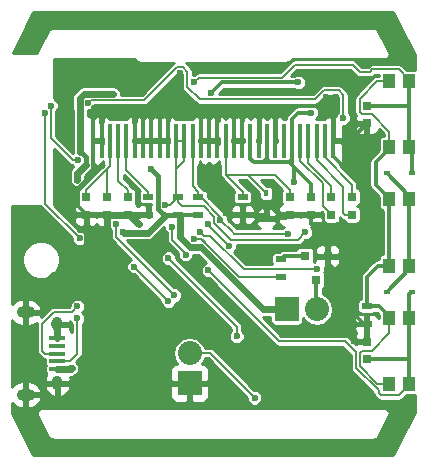
<source format=gbl>
G04 #@! TF.FileFunction,Copper,L2,Bot,Signal*
%FSLAX46Y46*%
G04 Gerber Fmt 4.6, Leading zero omitted, Abs format (unit mm)*
G04 Created by KiCad (PCBNEW (2015-08-11 BZR 6084)-product) date Mi 23 Sep 2015 17:42:07 CEST*
%MOMM*%
G01*
G04 APERTURE LIST*
%ADD10C,0.100000*%
%ADD11R,0.400000X3.000000*%
%ADD12R,2.032000X2.032000*%
%ADD13O,2.032000X2.032000*%
%ADD14R,0.450000X0.590000*%
%ADD15R,0.900000X0.500000*%
%ADD16R,1.350000X0.400000*%
%ADD17O,0.950000X1.250000*%
%ADD18O,1.550000X1.000000*%
%ADD19R,0.750000X0.800000*%
%ADD20R,0.590000X0.450000*%
%ADD21R,0.800100X0.800100*%
%ADD22R,1.000000X1.200000*%
%ADD23C,0.600000*%
%ADD24C,2.500000*%
%ADD25C,0.600000*%
%ADD26C,0.450000*%
%ADD27C,0.350000*%
%ADD28C,0.300000*%
%ADD29C,0.200000*%
%ADD30C,0.254000*%
G04 APERTURE END LIST*
D10*
D11*
X47650000Y-27250000D03*
X46950000Y-27250000D03*
X46250000Y-27250000D03*
X45550000Y-27250000D03*
X44850000Y-27250000D03*
X43450000Y-27250000D03*
X42750000Y-27250000D03*
X42050000Y-27250000D03*
X41350000Y-27250000D03*
X40650000Y-27250000D03*
X39950000Y-27250000D03*
X39250000Y-27250000D03*
X38550000Y-27250000D03*
X37850000Y-27250000D03*
X37150000Y-27250000D03*
X36450000Y-27250000D03*
X35750000Y-27250000D03*
X35050000Y-27250000D03*
X34350000Y-27250000D03*
X33650000Y-27250000D03*
X32950000Y-27250000D03*
X32250000Y-27250000D03*
X31550000Y-27250000D03*
X30850000Y-27250000D03*
X30150000Y-27250000D03*
X29450000Y-27250000D03*
X28750000Y-27250000D03*
X28050000Y-27250000D03*
X27350000Y-27250000D03*
X44150000Y-27250000D03*
D12*
X43726696Y-41500000D03*
D13*
X46266696Y-41500000D03*
D14*
X42000000Y-33805000D03*
X42000000Y-31695000D03*
D15*
X40000000Y-32000000D03*
X40000000Y-33500000D03*
D16*
X24312540Y-46550900D03*
X24312540Y-45900900D03*
X24312540Y-45250900D03*
X24312540Y-44600900D03*
X24312540Y-43950900D03*
D17*
X24312540Y-47750900D03*
X24312540Y-42750900D03*
D18*
X21612540Y-48750900D03*
X21612540Y-41750900D03*
D12*
X35500000Y-47750000D03*
D13*
X35500000Y-45210000D03*
D19*
X50500000Y-24250000D03*
X50500000Y-25750000D03*
X50500000Y-45750000D03*
X50500000Y-44250000D03*
X45750000Y-32000000D03*
X45750000Y-33500000D03*
X44000000Y-32000000D03*
X44000000Y-33500000D03*
X30250000Y-32000000D03*
X30250000Y-33500000D03*
X26750000Y-32000000D03*
X26750000Y-33500000D03*
X49250000Y-33500000D03*
X49250000Y-32000000D03*
X47500000Y-33500000D03*
X47500000Y-32000000D03*
X28500000Y-32000000D03*
X28500000Y-33500000D03*
D20*
X52195000Y-30000000D03*
X54305000Y-30000000D03*
X52195000Y-40000000D03*
X54305000Y-40000000D03*
D21*
X45276696Y-36999240D03*
X47176696Y-36999240D03*
X46226696Y-38998220D03*
D15*
X43226696Y-37250000D03*
X43226696Y-38750000D03*
X34500000Y-33500000D03*
X34500000Y-32000000D03*
X36250000Y-33500000D03*
X36250000Y-32000000D03*
X50500000Y-41250000D03*
X50500000Y-42750000D03*
X32000000Y-32000000D03*
X32000000Y-33500000D03*
D22*
X54100000Y-27800000D03*
X54100000Y-22200000D03*
X52400000Y-27800000D03*
X52400000Y-22200000D03*
X54100000Y-47800000D03*
X54100000Y-42200000D03*
X52400000Y-47800000D03*
X52400000Y-42200000D03*
X54100000Y-37800000D03*
X54100000Y-32200000D03*
X52400000Y-37800000D03*
X52400000Y-32200000D03*
D23*
X29900000Y-35000000D03*
X26250000Y-24520075D03*
X44700000Y-22300000D03*
X37300000Y-23200000D03*
X45773137Y-24850633D03*
X44300000Y-30700000D03*
X32200000Y-29600000D03*
X26000000Y-30520010D03*
X28998135Y-23257462D03*
X26250000Y-26500000D03*
X50500000Y-20900000D03*
D24*
X48052703Y-46736498D03*
D23*
X48600000Y-43400000D03*
X31190415Y-33500000D03*
X31200000Y-34300000D03*
X30362500Y-42112500D03*
X30362500Y-40387500D03*
X31000000Y-23257453D03*
X26800000Y-22000000D03*
X34662300Y-21520576D03*
X47085702Y-23498198D03*
X47900000Y-23500000D03*
X28600000Y-42200000D03*
X28600000Y-40400000D03*
X38550886Y-33350886D03*
X49400000Y-44200000D03*
X30850000Y-25571545D03*
X28050000Y-25534450D03*
X25500000Y-46500000D03*
X41000000Y-49000000D03*
X48500000Y-25300000D03*
X26900000Y-24000000D03*
X36400000Y-35000000D03*
X26179990Y-35500000D03*
X23229990Y-24857438D03*
X46300000Y-38100000D03*
X26000000Y-42250000D03*
X26000000Y-41250000D03*
X29300000Y-34300000D03*
X34200000Y-40300000D03*
X26026518Y-28879990D03*
X23750000Y-24250000D03*
X39500000Y-43800000D03*
X33700000Y-37180031D03*
X43800000Y-35100000D03*
X38113097Y-33922501D03*
X45300000Y-35000000D03*
X33442665Y-32700000D03*
X35167799Y-36867799D03*
X34000000Y-34500000D03*
X33679990Y-40809118D03*
X30800000Y-37900000D03*
X38873521Y-36140020D03*
X37092994Y-38207006D03*
X37086558Y-34289702D03*
X35900000Y-22300000D03*
X35890882Y-35520010D03*
D25*
X26250000Y-24520075D02*
X26250000Y-24415602D01*
X26250000Y-24415602D02*
X26179999Y-24345601D01*
X26179999Y-24345601D02*
X26179999Y-23654399D01*
X26179999Y-23654399D02*
X26576936Y-23257462D01*
X26576936Y-23257462D02*
X28573871Y-23257462D01*
X28573871Y-23257462D02*
X28998135Y-23257462D01*
X26250000Y-26500000D02*
X26250000Y-24520075D01*
X26250000Y-26500000D02*
X26250000Y-28148870D01*
D26*
X26336119Y-28234989D02*
X26250000Y-28148870D01*
X26401130Y-28300000D02*
X26336119Y-28234989D01*
X26336119Y-28234989D02*
X26334989Y-28234989D01*
X26700000Y-29272110D02*
X26700000Y-28598870D01*
X26700000Y-28598870D02*
X26401130Y-28300000D01*
D25*
X26000000Y-30520010D02*
X26000000Y-29972110D01*
X26000000Y-29972110D02*
X26700000Y-29272110D01*
X33288063Y-33500000D02*
X33288063Y-33667939D01*
X33288063Y-33667939D02*
X31936001Y-35020001D01*
X31936001Y-35020001D02*
X29920001Y-35020001D01*
X29920001Y-35020001D02*
X29900000Y-35000000D01*
D26*
X34500000Y-33500000D02*
X33288063Y-33500000D01*
X33288063Y-33500000D02*
X32797664Y-33009601D01*
X32797664Y-33009601D02*
X32797664Y-30197664D01*
X32797664Y-30197664D02*
X32499999Y-29899999D01*
X32499999Y-29899999D02*
X32200000Y-29600000D01*
D25*
X34720003Y-34500000D02*
X34720003Y-33720003D01*
X43726696Y-41500000D02*
X41712033Y-41500000D01*
X41712033Y-41500000D02*
X36452044Y-36240011D01*
X36452044Y-36240011D02*
X35545281Y-36240011D01*
X35545281Y-36240011D02*
X34720003Y-35414733D01*
X34720003Y-35414733D02*
X34720003Y-34924264D01*
X34720003Y-34924264D02*
X34720003Y-34500000D01*
D27*
X44700000Y-22300000D02*
X38200000Y-22300000D01*
X38200000Y-22300000D02*
X37300000Y-23200000D01*
X44699367Y-24850633D02*
X45773137Y-24850633D01*
X44150000Y-27250000D02*
X44150000Y-25400000D01*
X44150000Y-25400000D02*
X44699367Y-24850633D01*
X44144425Y-29303425D02*
X44331650Y-29490650D01*
X44331650Y-29490650D02*
X45750000Y-30909000D01*
X44300000Y-30700000D02*
X44300000Y-29522300D01*
X44300000Y-29522300D02*
X44331650Y-29490650D01*
X34500000Y-33500000D02*
X34300000Y-33500000D01*
X36250000Y-33500000D02*
X34500000Y-33500000D01*
X29005597Y-23250000D02*
X28998135Y-23257462D01*
X43886001Y-29045001D02*
X44144425Y-29303425D01*
X44144425Y-29303425D02*
X44150000Y-29297850D01*
X44150000Y-29297850D02*
X44150000Y-27250000D01*
X45750000Y-30909000D02*
X45750000Y-32000000D01*
X41704999Y-29045001D02*
X42313999Y-29045001D01*
X42050000Y-27250000D02*
X42050000Y-28781002D01*
X44150000Y-28781002D02*
X44150000Y-27250000D01*
X42050000Y-28781002D02*
X42313999Y-29045001D01*
X42313999Y-29045001D02*
X43886001Y-29045001D01*
X43886001Y-29045001D02*
X44150000Y-28781002D01*
X40650000Y-27250000D02*
X40650000Y-28781002D01*
X40650000Y-28781002D02*
X40913999Y-29045001D01*
X40913999Y-29045001D02*
X41704999Y-29045001D01*
X41704999Y-29045001D02*
X42050000Y-28700000D01*
X42050000Y-28700000D02*
X42050000Y-27250000D01*
X32950000Y-27250000D02*
X32250000Y-27250000D01*
X33650000Y-27250000D02*
X32950000Y-27250000D01*
X47176696Y-36999240D02*
X47176696Y-36249190D01*
D25*
X24312540Y-42750900D02*
X24312540Y-43950900D01*
D28*
X31190415Y-33500000D02*
X32000000Y-33500000D01*
D25*
X30250000Y-33500000D02*
X31190415Y-33500000D01*
X30250000Y-33500000D02*
X30400000Y-33500000D01*
X30400000Y-33500000D02*
X31200000Y-34300000D01*
X28500000Y-33500000D02*
X28500000Y-34500000D01*
X28500000Y-34500000D02*
X28400000Y-34600000D01*
D28*
X26750000Y-33500000D02*
X28500000Y-33500000D01*
D25*
X30250000Y-33500000D02*
X28500000Y-33500000D01*
D28*
X27350000Y-27250000D02*
X27350000Y-29976125D01*
X27350000Y-29976125D02*
X26075000Y-31251125D01*
X26075000Y-31251125D02*
X26075000Y-32800000D01*
X26075000Y-32800000D02*
X26750000Y-33475000D01*
X26750000Y-33475000D02*
X26750000Y-33500000D01*
D27*
X21612540Y-41750900D02*
X21612540Y-40900900D01*
X21612540Y-40900900D02*
X23963440Y-38550000D01*
X23963440Y-38550000D02*
X26750000Y-38550000D01*
X30362500Y-42112500D02*
X28687500Y-42112500D01*
X28687500Y-42112500D02*
X28600000Y-42200000D01*
X30362500Y-40387500D02*
X30362500Y-42112500D01*
D28*
X28600000Y-40400000D02*
X30350000Y-40400000D01*
X30350000Y-40400000D02*
X30362500Y-40387500D01*
X26800000Y-22000000D02*
X29742547Y-22000000D01*
X29742547Y-22000000D02*
X31000000Y-23257453D01*
D27*
X34700000Y-23202334D02*
X34700000Y-21558276D01*
X34700000Y-21558276D02*
X34662300Y-21520576D01*
X47900000Y-23500000D02*
X47383734Y-23500000D01*
X47383734Y-23500000D02*
X47087504Y-23500000D01*
X47650000Y-23750000D02*
X47633734Y-23750000D01*
X47633734Y-23750000D02*
X47383734Y-23500000D01*
X47087504Y-23500000D02*
X47085702Y-23498198D01*
X47650000Y-24400000D02*
X47650000Y-23750000D01*
X47650000Y-23750000D02*
X47900000Y-23500000D01*
D28*
X47650000Y-27250000D02*
X49025000Y-27250000D01*
X49025000Y-27250000D02*
X50500000Y-25775000D01*
X50500000Y-25775000D02*
X50500000Y-25750000D01*
X50500000Y-38085306D02*
X50500000Y-31400000D01*
X50500000Y-31400000D02*
X47650000Y-28550000D01*
X47650000Y-28550000D02*
X47650000Y-27250000D01*
D27*
X47200000Y-34500000D02*
X47000000Y-34300000D01*
X47000000Y-34300000D02*
X45800000Y-34300000D01*
X47200000Y-36225886D02*
X47200000Y-34500000D01*
X47176696Y-36249190D02*
X47200000Y-36225886D01*
X45750000Y-33500000D02*
X45750000Y-34250000D01*
X45750000Y-34250000D02*
X45800000Y-34300000D01*
D28*
X28600000Y-41279785D02*
X28600000Y-40400000D01*
X28600000Y-42200000D02*
X28600000Y-41279785D01*
X30200000Y-43816000D02*
X30200000Y-43800000D01*
X30200000Y-43800000D02*
X28600000Y-42200000D01*
X26750000Y-33500000D02*
X26750000Y-38550000D01*
X26750000Y-38550000D02*
X28600000Y-40400000D01*
D27*
X30200000Y-43816000D02*
X30595530Y-44211530D01*
X34134000Y-47750000D02*
X30595530Y-44211530D01*
X38700000Y-33500000D02*
X38550886Y-33350886D01*
X40000000Y-33500000D02*
X38700000Y-33500000D01*
X35500000Y-47750000D02*
X34134000Y-47750000D01*
X48300000Y-38700000D02*
X49114694Y-38700000D01*
X49114694Y-38700000D02*
X49500000Y-39085306D01*
X47176696Y-36999240D02*
X47176696Y-37576696D01*
X47176696Y-37576696D02*
X48300000Y-38700000D01*
X44000000Y-33500000D02*
X45750000Y-33500000D01*
X42000000Y-33805000D02*
X43695000Y-33805000D01*
X43695000Y-33805000D02*
X44000000Y-33500000D01*
X40000000Y-33500000D02*
X41695000Y-33500000D01*
X41695000Y-33500000D02*
X42000000Y-33805000D01*
X34700000Y-23202334D02*
X33650000Y-24252334D01*
X33647666Y-24250000D02*
X36409241Y-24250000D01*
X49400000Y-44200000D02*
X50450000Y-44200000D01*
X50450000Y-44200000D02*
X50500000Y-44250000D01*
X47650000Y-27250000D02*
X47650000Y-24400000D01*
X30850000Y-25571545D02*
X30850000Y-24267181D01*
D28*
X30850000Y-27250000D02*
X30850000Y-25571545D01*
X21612540Y-41750900D02*
X21887540Y-41750900D01*
X21612540Y-48750900D02*
X21612540Y-47950900D01*
X21612540Y-47950900D02*
X21612540Y-41750900D01*
X30200000Y-33550000D02*
X30250000Y-33500000D01*
D27*
X28050000Y-25534450D02*
X28050000Y-24297051D01*
X28050000Y-27250000D02*
X28050000Y-25534450D01*
X39278698Y-24250000D02*
X39936339Y-24250000D01*
X50500000Y-42750000D02*
X50500000Y-44250000D01*
X50500000Y-38085306D02*
X49500000Y-39085306D01*
X49500000Y-39085306D02*
X49500000Y-41950000D01*
X50300000Y-42750000D02*
X50500000Y-42750000D01*
X49500000Y-41950000D02*
X50300000Y-42750000D01*
X41385764Y-24250000D02*
X42716996Y-24250000D01*
X42716996Y-24250000D02*
X47500000Y-24250000D01*
X42750000Y-27250000D02*
X42750000Y-24283004D01*
X42750000Y-24283004D02*
X42716996Y-24250000D01*
X39936339Y-24250000D02*
X41385764Y-24250000D01*
X41350000Y-27250000D02*
X41350000Y-24285764D01*
X41350000Y-24285764D02*
X41385764Y-24250000D01*
X39950000Y-27250000D02*
X39950000Y-25400000D01*
X39950000Y-25400000D02*
X39936339Y-25386339D01*
X39936339Y-25386339D02*
X39936339Y-24250000D01*
X37893663Y-24250000D02*
X39278698Y-24250000D01*
X39250000Y-27250000D02*
X39250000Y-24278698D01*
X39250000Y-24278698D02*
X39278698Y-24250000D01*
X37175014Y-24250000D02*
X37893663Y-24250000D01*
X37850000Y-27250000D02*
X37850000Y-24293663D01*
X37850000Y-24293663D02*
X37893663Y-24250000D01*
X36409241Y-24250000D02*
X37175014Y-24250000D01*
X37150000Y-24275014D02*
X37175014Y-24250000D01*
X37150000Y-27250000D02*
X37150000Y-24275014D01*
X36450000Y-27250000D02*
X36450000Y-24290759D01*
X36450000Y-24290759D02*
X36409241Y-24250000D01*
X32969938Y-24250000D02*
X33647666Y-24250000D01*
X33650000Y-27250000D02*
X33650000Y-24252334D01*
X33650000Y-24252334D02*
X33647666Y-24250000D01*
X32277475Y-24250000D02*
X32969938Y-24250000D01*
X32950000Y-27250000D02*
X32950000Y-24269938D01*
X32950000Y-24269938D02*
X32969938Y-24250000D01*
X31549529Y-24250000D02*
X32277475Y-24250000D01*
X32250000Y-24277475D02*
X32277475Y-24250000D01*
X32250000Y-27250000D02*
X32250000Y-24277475D01*
X30867181Y-24250000D02*
X31549529Y-24250000D01*
X31550000Y-27250000D02*
X31550000Y-24250471D01*
X31550000Y-24250471D02*
X31549529Y-24250000D01*
X28097051Y-24250000D02*
X30867181Y-24250000D01*
X30850000Y-24267181D02*
X30867181Y-24250000D01*
X27500000Y-24250000D02*
X28097051Y-24250000D01*
X28050000Y-24297051D02*
X28097051Y-24250000D01*
X47650000Y-24400000D02*
X47500000Y-24250000D01*
X27500000Y-24250000D02*
X27350000Y-24400000D01*
X27350000Y-24400000D02*
X27350000Y-27250000D01*
X28050000Y-27250000D02*
X27350000Y-27250000D01*
X30850000Y-27250000D02*
X31550000Y-27250000D01*
X31550000Y-27250000D02*
X32250000Y-27250000D01*
X37150000Y-27250000D02*
X36450000Y-27250000D01*
X37850000Y-27250000D02*
X37150000Y-27250000D01*
X39950000Y-27250000D02*
X39250000Y-27250000D01*
D25*
X25500000Y-46500000D02*
X25449100Y-46550900D01*
X25449100Y-46550900D02*
X24312540Y-46550900D01*
D29*
X37210000Y-45210000D02*
X35500000Y-45210000D01*
X41000000Y-49000000D02*
X37210000Y-45210000D01*
X26900000Y-24000000D02*
X27122537Y-23777463D01*
X27122537Y-23777463D02*
X31635811Y-23777463D01*
X31635811Y-23777463D02*
X34412699Y-21000575D01*
X34412699Y-21000575D02*
X34911901Y-21000575D01*
X34911901Y-21000575D02*
X35300000Y-21388674D01*
X35300000Y-21388674D02*
X35300000Y-22680596D01*
X35300000Y-22680596D02*
X36339405Y-23720001D01*
X36339405Y-23720001D02*
X46094297Y-23720001D01*
X46836101Y-22978197D02*
X48147799Y-22978197D01*
X46094297Y-23720001D02*
X46836101Y-22978197D01*
X48147799Y-22978197D02*
X48500000Y-23330398D01*
X48500000Y-23330398D02*
X48500000Y-24833568D01*
X48500000Y-24833568D02*
X48500000Y-25300000D01*
X36400000Y-35000000D02*
X36699999Y-35299999D01*
X36699999Y-35299999D02*
X37263898Y-35299999D01*
X37263898Y-35299999D02*
X40063899Y-38100000D01*
X40063899Y-38100000D02*
X45875736Y-38100000D01*
X45875736Y-38100000D02*
X46300000Y-38100000D01*
X26179990Y-35500000D02*
X23229990Y-32550000D01*
X23229990Y-32550000D02*
X23229990Y-24857438D01*
X24312540Y-45900900D02*
X25349100Y-45900900D01*
X26000000Y-45250000D02*
X26000000Y-42250000D01*
X25349100Y-45900900D02*
X26000000Y-45250000D01*
X23000000Y-45000000D02*
X23250900Y-45250900D01*
X23250900Y-45250900D02*
X24312540Y-45250900D01*
X23000000Y-42750000D02*
X23000000Y-45000000D01*
X24000000Y-41750000D02*
X23000000Y-42750000D01*
X25500000Y-41750000D02*
X24000000Y-41750000D01*
X26000000Y-41250000D02*
X25500000Y-41750000D01*
X29300000Y-34300000D02*
X29300000Y-35400000D01*
X29300000Y-35400000D02*
X34200000Y-40300000D01*
X23750000Y-26250000D02*
X23750000Y-26014248D01*
X23750000Y-26014248D02*
X23750000Y-24250000D01*
X26026518Y-28879990D02*
X25602254Y-28879990D01*
X25602254Y-28879990D02*
X23750000Y-27027736D01*
X23750000Y-27027736D02*
X23750000Y-26014248D01*
X33700000Y-37180031D02*
X39500000Y-42980031D01*
X39500000Y-42980031D02*
X39500000Y-43800000D01*
X39135486Y-34944890D02*
X38113097Y-33922501D01*
X43800000Y-35100000D02*
X39290596Y-35100000D01*
X39290596Y-35100000D02*
X39135486Y-34944890D01*
X36250000Y-31550000D02*
X35750000Y-31050000D01*
X38113097Y-33922501D02*
X38113097Y-33663097D01*
X38113097Y-33663097D02*
X36450000Y-32000000D01*
X36450000Y-32000000D02*
X36250000Y-32000000D01*
X35750000Y-31050000D02*
X35750000Y-28950000D01*
X35750000Y-28950000D02*
X35750000Y-27250000D01*
X36250000Y-32000000D02*
X36250000Y-31550000D01*
X44400000Y-35620010D02*
X44679990Y-35620010D01*
X44679990Y-35620010D02*
X45300000Y-35000000D01*
X34850000Y-32800000D02*
X36720196Y-32800000D01*
X36720196Y-32800000D02*
X37593096Y-33672900D01*
X37593096Y-34172102D02*
X39041004Y-35620010D01*
X37593096Y-33672900D02*
X37593096Y-34172102D01*
X39041004Y-35620010D02*
X44400000Y-35620010D01*
X34500000Y-32000000D02*
X34500000Y-32450000D01*
X34500000Y-32450000D02*
X34850000Y-32800000D01*
X33442665Y-32700000D02*
X33800000Y-32700000D01*
X33800000Y-32700000D02*
X34500000Y-32000000D01*
X34350000Y-27250000D02*
X34350000Y-29677148D01*
X35050000Y-27250000D02*
X34350000Y-27250000D01*
X35050000Y-27250000D02*
X35050000Y-28950000D01*
X35050000Y-28950000D02*
X34350000Y-29650000D01*
X34350000Y-29650000D02*
X34350000Y-29677148D01*
X34350000Y-29677148D02*
X34350000Y-31850000D01*
X34350000Y-31850000D02*
X34500000Y-32000000D01*
X35200000Y-36800000D02*
X34000000Y-35600000D01*
X34000000Y-35600000D02*
X34000000Y-34500000D01*
X30800000Y-37900000D02*
X33679990Y-40779990D01*
X33679990Y-40779990D02*
X33679990Y-40809118D01*
D27*
X50500000Y-45750000D02*
X54078549Y-45750000D01*
D29*
X44600000Y-44200000D02*
X43085988Y-44200000D01*
X43085988Y-44200000D02*
X37092994Y-38207006D01*
X49584989Y-45154591D02*
X49584989Y-46165330D01*
X49584989Y-46165330D02*
X49584990Y-46458554D01*
X51500000Y-48600000D02*
X51500000Y-48373564D01*
X51500000Y-48373564D02*
X49584989Y-46458553D01*
X49584989Y-46458553D02*
X49584989Y-46165330D01*
X51700000Y-48800000D02*
X51500000Y-48600000D01*
X53200000Y-48800000D02*
X51700000Y-48800000D01*
X54100000Y-47900000D02*
X53200000Y-48800000D01*
X48630398Y-44200000D02*
X49584989Y-45154591D01*
X44600000Y-44200000D02*
X48630398Y-44200000D01*
X38873521Y-36140020D02*
X37086558Y-34353057D01*
X37086558Y-34353057D02*
X37086558Y-34289702D01*
X54100000Y-47900000D02*
X54100000Y-47800000D01*
D27*
X54100000Y-42200000D02*
X54100000Y-45728549D01*
X54100000Y-45728549D02*
X54100000Y-47800000D01*
X54078549Y-45750000D02*
X54100000Y-45728549D01*
X54100000Y-42200000D02*
X54100000Y-40205000D01*
X54100000Y-40205000D02*
X54305000Y-40000000D01*
D29*
X43289412Y-21894990D02*
X43090013Y-21894990D01*
X43305010Y-21894990D02*
X43090013Y-21894990D01*
X43090013Y-21894990D02*
X36305010Y-21894990D01*
X49300000Y-20800000D02*
X44400000Y-20800000D01*
X44400000Y-20800000D02*
X43305010Y-21894990D01*
X49920001Y-21420001D02*
X49300000Y-20800000D01*
X53200000Y-21200000D02*
X50969602Y-21200000D01*
X50969602Y-21200000D02*
X50749601Y-21420001D01*
X50749601Y-21420001D02*
X49920001Y-21420001D01*
X54100000Y-22100000D02*
X53200000Y-21200000D01*
X36305010Y-21894990D02*
X36295010Y-21904990D01*
X36295010Y-21904990D02*
X35900000Y-22300000D01*
X54100000Y-22200000D02*
X54100000Y-22100000D01*
X54000000Y-22100000D02*
X54100000Y-22200000D01*
D27*
X54100000Y-26850000D02*
X54100000Y-24222780D01*
X54100000Y-24222780D02*
X54100000Y-22200000D01*
X50500000Y-24250000D02*
X54072780Y-24250000D01*
X54072780Y-24250000D02*
X54100000Y-24222780D01*
X54100000Y-27800000D02*
X54100000Y-26850000D01*
X54305000Y-30000000D02*
X54305000Y-28005000D01*
X54305000Y-28005000D02*
X54100000Y-27800000D01*
D29*
X44000000Y-32000000D02*
X44000000Y-31400000D01*
X44000000Y-31400000D02*
X42700000Y-30100000D01*
X42700000Y-30100000D02*
X40475000Y-30100000D01*
X42000000Y-31695000D02*
X42000000Y-31625000D01*
X42000000Y-31625000D02*
X40475000Y-30100000D01*
X40475000Y-30100000D02*
X38550000Y-30100000D01*
X40000000Y-32000000D02*
X40000000Y-31550000D01*
X40000000Y-31550000D02*
X38550000Y-30100000D01*
X38550000Y-30100000D02*
X38550000Y-28950000D01*
X38550000Y-28950000D02*
X38550000Y-27250000D01*
X30250000Y-32000000D02*
X30250000Y-31400000D01*
X30250000Y-31400000D02*
X29450000Y-30600000D01*
X29450000Y-30600000D02*
X29450000Y-28950000D01*
X29450000Y-28950000D02*
X29450000Y-27250000D01*
X28500000Y-32000000D02*
X28500000Y-29650000D01*
X28500000Y-29650000D02*
X28750000Y-29400000D01*
X26750000Y-32000000D02*
X26750000Y-31400000D01*
X26750000Y-31400000D02*
X28750000Y-29400000D01*
X28750000Y-28950000D02*
X28750000Y-27250000D01*
X28750000Y-29400000D02*
X28750000Y-28950000D01*
X48500000Y-33325000D02*
X48500000Y-31143440D01*
X48500000Y-31143440D02*
X46250000Y-28893440D01*
X46250000Y-28893440D02*
X46250000Y-27250000D01*
X49250000Y-33500000D02*
X48675000Y-33500000D01*
X48675000Y-33500000D02*
X48500000Y-33325000D01*
X49250000Y-32000000D02*
X49250000Y-30946002D01*
X49250000Y-30946002D02*
X46950000Y-28646002D01*
X46950000Y-28646002D02*
X46950000Y-27250000D01*
X46750000Y-30850000D02*
X46750000Y-32725000D01*
X46750000Y-32725000D02*
X47500000Y-33475000D01*
X47500000Y-33475000D02*
X47500000Y-33500000D01*
X44850000Y-27250000D02*
X44850000Y-28950000D01*
X44850000Y-28950000D02*
X46750000Y-30850000D01*
X45550000Y-29150000D02*
X47500000Y-31100000D01*
X47500000Y-31100000D02*
X47500000Y-32000000D01*
X45550000Y-27250000D02*
X45550000Y-29150000D01*
X45550000Y-28646002D02*
X45550000Y-27250000D01*
D27*
X47500000Y-32000000D02*
X47500000Y-31975000D01*
X54100000Y-37800000D02*
X54100000Y-36850000D01*
X54100000Y-36850000D02*
X54100000Y-32200000D01*
X54100000Y-37800000D02*
X54100000Y-38095000D01*
X54100000Y-38095000D02*
X52195000Y-40000000D01*
X54100000Y-32200000D02*
X54100000Y-31905000D01*
X54100000Y-31905000D02*
X52195000Y-30000000D01*
X52195000Y-30000000D02*
X52265000Y-30000000D01*
D29*
X32000000Y-32000000D02*
X32000000Y-31550000D01*
X32000000Y-31550000D02*
X30150000Y-29700000D01*
X30150000Y-29700000D02*
X30150000Y-28950000D01*
X30150000Y-28950000D02*
X30150000Y-27250000D01*
D27*
X46226696Y-38998220D02*
X46226696Y-41460000D01*
X46226696Y-41460000D02*
X46266696Y-41500000D01*
X45276696Y-36999240D02*
X43477456Y-36999240D01*
X43477456Y-36999240D02*
X43226696Y-37250000D01*
D29*
X36625727Y-35667099D02*
X37096549Y-36137921D01*
X37096549Y-36137921D02*
X39708628Y-38750000D01*
X35890882Y-35520010D02*
X36467448Y-35520010D01*
X36467448Y-35520010D02*
X37085359Y-36137921D01*
X37085359Y-36137921D02*
X37096549Y-36137921D01*
X43226696Y-38750000D02*
X41707312Y-38750000D01*
X41707312Y-38750000D02*
X40526309Y-38750000D01*
X39708628Y-38750000D02*
X41707312Y-38750000D01*
X40526309Y-38750000D02*
X40350000Y-38750000D01*
X39950000Y-38750000D02*
X40526309Y-38750000D01*
X50921002Y-45000000D02*
X52400000Y-43521002D01*
X50078998Y-45000000D02*
X50921002Y-45000000D01*
X49904999Y-45173999D02*
X50078998Y-45000000D01*
X49904999Y-46326001D02*
X49904999Y-45173999D01*
X51378998Y-47800000D02*
X49904999Y-46326001D01*
X52400000Y-47800000D02*
X51378998Y-47800000D01*
X52400000Y-43521002D02*
X52400000Y-43000000D01*
X52400000Y-43000000D02*
X52400000Y-42200000D01*
D27*
X52400000Y-37800000D02*
X52400000Y-32200000D01*
X50500000Y-41250000D02*
X50500000Y-38750000D01*
X50500000Y-38750000D02*
X51450000Y-37800000D01*
X51450000Y-37800000D02*
X52400000Y-37800000D01*
X51550000Y-41250000D02*
X50500000Y-41250000D01*
X52400000Y-42100000D02*
X51550000Y-41250000D01*
D29*
X50078998Y-25000000D02*
X50921002Y-25000000D01*
X50921002Y-25000000D02*
X52400000Y-26478998D01*
X52400000Y-26478998D02*
X52400000Y-27000000D01*
X52400000Y-27000000D02*
X52400000Y-27800000D01*
X52400000Y-22200000D02*
X51378998Y-22200000D01*
X51378998Y-22200000D02*
X49904999Y-23673999D01*
X49904999Y-23673999D02*
X49904999Y-24826001D01*
X49904999Y-24826001D02*
X50078998Y-25000000D01*
D27*
X52400000Y-27800000D02*
X52400000Y-27900000D01*
X52400000Y-27900000D02*
X51250000Y-29050000D01*
X51250000Y-30950000D02*
X52400000Y-32100000D01*
X51250000Y-29050000D02*
X51250000Y-30950000D01*
X52400000Y-32100000D02*
X52400000Y-32200000D01*
X52400000Y-37800000D02*
X52400000Y-37900000D01*
X52400000Y-42100000D02*
X52400000Y-42200000D01*
D30*
G36*
X25279106Y-29203138D02*
X25427368Y-29302203D01*
X25542535Y-29325111D01*
X25630122Y-29412850D01*
X25535431Y-29507541D01*
X25393011Y-29720687D01*
X25343000Y-29972110D01*
X25343000Y-30520010D01*
X25342887Y-30650122D01*
X25442698Y-30891684D01*
X25627354Y-31076662D01*
X25748575Y-31126997D01*
X25748577Y-31126999D01*
X25748580Y-31127000D01*
X25868741Y-31176895D01*
X25999997Y-31177009D01*
X26000000Y-31177010D01*
X26000003Y-31177010D01*
X26130112Y-31177123D01*
X26251421Y-31126999D01*
X26251423Y-31126999D01*
X26251425Y-31126998D01*
X26371674Y-31077312D01*
X26556652Y-30892656D01*
X26606987Y-30771435D01*
X26606989Y-30771433D01*
X26606990Y-30771430D01*
X26656885Y-30651269D01*
X26657113Y-30389898D01*
X26657000Y-30389625D01*
X26657000Y-30244248D01*
X27164569Y-29736680D01*
X27306989Y-29523533D01*
X27356999Y-29272110D01*
X27327927Y-29125953D01*
X27490302Y-29288327D01*
X27527474Y-29303724D01*
X27608750Y-29385000D01*
X27676309Y-29385000D01*
X27700000Y-29375187D01*
X27723691Y-29385000D01*
X27791250Y-29385000D01*
X27872526Y-29303724D01*
X27909698Y-29288327D01*
X28088327Y-29109699D01*
X28150000Y-28960807D01*
X28150000Y-29226250D01*
X28213727Y-29289977D01*
X26426852Y-31076852D01*
X26327787Y-31225113D01*
X26323700Y-31245659D01*
X26242704Y-31260899D01*
X26121198Y-31339086D01*
X26039684Y-31458386D01*
X26011006Y-31600000D01*
X26011006Y-32400000D01*
X26035899Y-32532296D01*
X26046490Y-32548754D01*
X26015301Y-32561673D01*
X25836673Y-32740302D01*
X25740000Y-32973691D01*
X25740000Y-33214250D01*
X25898750Y-33373000D01*
X26623000Y-33373000D01*
X26623000Y-33353000D01*
X26877000Y-33353000D01*
X26877000Y-33373000D01*
X27601250Y-33373000D01*
X27625000Y-33349250D01*
X27648750Y-33373000D01*
X28373000Y-33373000D01*
X28373000Y-33353000D01*
X28627000Y-33353000D01*
X28627000Y-33373000D01*
X29351250Y-33373000D01*
X29375000Y-33349250D01*
X29398750Y-33373000D01*
X30123000Y-33373000D01*
X30123000Y-33353000D01*
X30377000Y-33353000D01*
X30377000Y-33373000D01*
X31071750Y-33373000D01*
X31073750Y-33375000D01*
X31873000Y-33375000D01*
X31873000Y-32773750D01*
X31714250Y-32615000D01*
X31423690Y-32615000D01*
X31190301Y-32711673D01*
X31162500Y-32739475D01*
X30984699Y-32561673D01*
X30955012Y-32549376D01*
X30960316Y-32541614D01*
X30988994Y-32400000D01*
X30988994Y-31600000D01*
X30964101Y-31467704D01*
X30885914Y-31346198D01*
X30766614Y-31264684D01*
X30676452Y-31246425D01*
X30672213Y-31225114D01*
X30573148Y-31076852D01*
X29907000Y-30410704D01*
X29907000Y-30103296D01*
X31294815Y-31491111D01*
X31214684Y-31608386D01*
X31186006Y-31750000D01*
X31186006Y-32250000D01*
X31210899Y-32382296D01*
X31289086Y-32503802D01*
X31408386Y-32585316D01*
X31550000Y-32613994D01*
X32215664Y-32613994D01*
X32215664Y-32685086D01*
X32127000Y-32773750D01*
X32127000Y-33375000D01*
X32147000Y-33375000D01*
X32147000Y-33625000D01*
X32127000Y-33625000D01*
X32127000Y-33647000D01*
X31873000Y-33647000D01*
X31873000Y-33625000D01*
X31073750Y-33625000D01*
X31071750Y-33627000D01*
X30377000Y-33627000D01*
X30377000Y-33647000D01*
X30123000Y-33647000D01*
X30123000Y-33627000D01*
X29398750Y-33627000D01*
X29382677Y-33643073D01*
X29367309Y-33643059D01*
X29351250Y-33627000D01*
X28627000Y-33627000D01*
X28627000Y-34376250D01*
X28642920Y-34392170D01*
X28642887Y-34430112D01*
X28742698Y-34671674D01*
X28843000Y-34772151D01*
X28843000Y-35400000D01*
X28877787Y-35574887D01*
X28976852Y-35723148D01*
X30547260Y-37293556D01*
X30428326Y-37342698D01*
X30243348Y-37527354D01*
X30143115Y-37768741D01*
X30142887Y-38030112D01*
X30242698Y-38271674D01*
X30427354Y-38456652D01*
X30668741Y-38556885D01*
X30810713Y-38557009D01*
X33023025Y-40769321D01*
X33022877Y-40939230D01*
X33122688Y-41180792D01*
X33307344Y-41365770D01*
X33548731Y-41466003D01*
X33810102Y-41466231D01*
X34051664Y-41366420D01*
X34236642Y-41181764D01*
X34329926Y-40957113D01*
X34330112Y-40957113D01*
X34571674Y-40857302D01*
X34756652Y-40672646D01*
X34856885Y-40431259D01*
X34857113Y-40169888D01*
X34757302Y-39928326D01*
X34572646Y-39743348D01*
X34331259Y-39643115D01*
X34189286Y-39642991D01*
X31856439Y-37310143D01*
X33042887Y-37310143D01*
X33142698Y-37551705D01*
X33327354Y-37736683D01*
X33568741Y-37836916D01*
X33710713Y-37837040D01*
X39043000Y-43169327D01*
X39043000Y-43327875D01*
X38943348Y-43427354D01*
X38843115Y-43668741D01*
X38842887Y-43930112D01*
X38942698Y-44171674D01*
X39127354Y-44356652D01*
X39368741Y-44456885D01*
X39630112Y-44457113D01*
X39871674Y-44357302D01*
X40056652Y-44172646D01*
X40156885Y-43931259D01*
X40157113Y-43669888D01*
X40057302Y-43428326D01*
X39957000Y-43327849D01*
X39957000Y-42980036D01*
X39957001Y-42980031D01*
X39922213Y-42805145D01*
X39823148Y-42656883D01*
X34356990Y-37190725D01*
X34357113Y-37049919D01*
X34257302Y-36808357D01*
X34072646Y-36623379D01*
X33831259Y-36523146D01*
X33569888Y-36522918D01*
X33328326Y-36622729D01*
X33143348Y-36807385D01*
X33043115Y-37048772D01*
X33042887Y-37310143D01*
X31856439Y-37310143D01*
X30223297Y-35677001D01*
X31936001Y-35677001D01*
X32187424Y-35626990D01*
X32400570Y-35484570D01*
X33342964Y-34542176D01*
X33342887Y-34630112D01*
X33442698Y-34871674D01*
X33543000Y-34972151D01*
X33543000Y-35600000D01*
X33577787Y-35774887D01*
X33676852Y-35923148D01*
X34510896Y-36757192D01*
X34510686Y-36997911D01*
X34610497Y-37239473D01*
X34795153Y-37424451D01*
X35036540Y-37524684D01*
X35297911Y-37524912D01*
X35539473Y-37425101D01*
X35724451Y-37240445D01*
X35824684Y-36999058D01*
X35824773Y-36897011D01*
X36179906Y-36897011D01*
X36870825Y-37587930D01*
X36721320Y-37649704D01*
X36536342Y-37834360D01*
X36436109Y-38075747D01*
X36435881Y-38337118D01*
X36535692Y-38578680D01*
X36720348Y-38763658D01*
X36961735Y-38863891D01*
X37103707Y-38864015D01*
X42762840Y-44523148D01*
X42911102Y-44622213D01*
X43085988Y-44657000D01*
X48441102Y-44657000D01*
X49127989Y-45343886D01*
X49127989Y-46458553D01*
X49162776Y-46633440D01*
X49261841Y-46781701D01*
X51043000Y-48562859D01*
X51043000Y-48600000D01*
X51077787Y-48774887D01*
X51176852Y-48923148D01*
X51376852Y-49123148D01*
X51525114Y-49222213D01*
X51700000Y-49257000D01*
X53200000Y-49257000D01*
X53374887Y-49222213D01*
X53523148Y-49123148D01*
X53882302Y-48763994D01*
X54568000Y-48763994D01*
X54568000Y-50198018D01*
X52733009Y-53868000D01*
X22266991Y-53868000D01*
X20482991Y-50300000D01*
X22568000Y-50300000D01*
X22571028Y-50315224D01*
X22569087Y-50330624D01*
X22587376Y-50397408D01*
X22600884Y-50465319D01*
X22609507Y-50478224D01*
X22613607Y-50493196D01*
X23513607Y-52293196D01*
X23556062Y-52347899D01*
X23594530Y-52405470D01*
X23607436Y-52414094D01*
X23616953Y-52426356D01*
X23677107Y-52460646D01*
X23734681Y-52499116D01*
X23749906Y-52502144D01*
X23763390Y-52509831D01*
X23832085Y-52518491D01*
X23900000Y-52532000D01*
X51100000Y-52532000D01*
X51167915Y-52518491D01*
X51236610Y-52509831D01*
X51250094Y-52502144D01*
X51265319Y-52499116D01*
X51322893Y-52460646D01*
X51383047Y-52426356D01*
X51392564Y-52414094D01*
X51405470Y-52405470D01*
X51443938Y-52347899D01*
X51486393Y-52293196D01*
X52386392Y-50493196D01*
X52390491Y-50478227D01*
X52399116Y-50465319D01*
X52412625Y-50397403D01*
X52430913Y-50330624D01*
X52428972Y-50315224D01*
X52432000Y-50300000D01*
X52418491Y-50232085D01*
X52409831Y-50163390D01*
X52402144Y-50149906D01*
X52399116Y-50134681D01*
X52360646Y-50077107D01*
X52326356Y-50016953D01*
X52314094Y-50007436D01*
X52305470Y-49994530D01*
X52247894Y-49956059D01*
X52193196Y-49913608D01*
X52178227Y-49909509D01*
X52165319Y-49900884D01*
X52097403Y-49887375D01*
X52030624Y-49869087D01*
X52015224Y-49871028D01*
X52000000Y-49868000D01*
X23000000Y-49868000D01*
X22984776Y-49871028D01*
X22969376Y-49869087D01*
X22902592Y-49887376D01*
X22834681Y-49900884D01*
X22821776Y-49909507D01*
X22806804Y-49913607D01*
X22752101Y-49956062D01*
X22694530Y-49994530D01*
X22685906Y-50007436D01*
X22673644Y-50016953D01*
X22639354Y-50077107D01*
X22600884Y-50134681D01*
X22597856Y-50149906D01*
X22590169Y-50163390D01*
X22581509Y-50232085D01*
X22568000Y-50300000D01*
X20482991Y-50300000D01*
X20432000Y-50198018D01*
X20432000Y-49436837D01*
X20445172Y-49463663D01*
X20785862Y-49750902D01*
X21210540Y-49885900D01*
X21485540Y-49885900D01*
X21485540Y-48877900D01*
X21739540Y-48877900D01*
X21739540Y-49885900D01*
X22014540Y-49885900D01*
X22439218Y-49750902D01*
X22779908Y-49463663D01*
X22981659Y-49052774D01*
X22855494Y-48877900D01*
X21739540Y-48877900D01*
X21485540Y-48877900D01*
X21465540Y-48877900D01*
X21465540Y-48623900D01*
X21485540Y-48623900D01*
X21485540Y-47615900D01*
X21739540Y-47615900D01*
X21739540Y-48623900D01*
X22855494Y-48623900D01*
X22981659Y-48449026D01*
X22786731Y-48052031D01*
X23211311Y-48052031D01*
X23352972Y-48461949D01*
X23640719Y-48786452D01*
X24014602Y-48970168D01*
X24185540Y-48843634D01*
X24185540Y-47877900D01*
X24439540Y-47877900D01*
X24439540Y-48843634D01*
X24610478Y-48970168D01*
X24984361Y-48786452D01*
X25272108Y-48461949D01*
X25413769Y-48052031D01*
X25399869Y-48035750D01*
X33849000Y-48035750D01*
X33849000Y-48892310D01*
X33945673Y-49125699D01*
X34124302Y-49304327D01*
X34357691Y-49401000D01*
X35214250Y-49401000D01*
X35373000Y-49242250D01*
X35373000Y-47877000D01*
X35627000Y-47877000D01*
X35627000Y-49242250D01*
X35785750Y-49401000D01*
X36642309Y-49401000D01*
X36875698Y-49304327D01*
X37054327Y-49125699D01*
X37151000Y-48892310D01*
X37151000Y-48035750D01*
X36992250Y-47877000D01*
X35627000Y-47877000D01*
X35373000Y-47877000D01*
X34007750Y-47877000D01*
X33849000Y-48035750D01*
X25399869Y-48035750D01*
X25265103Y-47877900D01*
X24439540Y-47877900D01*
X24185540Y-47877900D01*
X23359977Y-47877900D01*
X23211311Y-48052031D01*
X22786731Y-48052031D01*
X22779908Y-48038137D01*
X22439218Y-47750898D01*
X22014540Y-47615900D01*
X21739540Y-47615900D01*
X21485540Y-47615900D01*
X21210540Y-47615900D01*
X20785862Y-47750898D01*
X20445172Y-48038137D01*
X20432000Y-48064963D01*
X20432000Y-42436837D01*
X20445172Y-42463663D01*
X20785862Y-42750902D01*
X21210540Y-42885900D01*
X21485540Y-42885900D01*
X21485540Y-41877900D01*
X21739540Y-41877900D01*
X21739540Y-42885900D01*
X22014540Y-42885900D01*
X22439218Y-42750902D01*
X22563696Y-42645953D01*
X22543000Y-42750000D01*
X22543000Y-45000000D01*
X22577787Y-45174887D01*
X22676852Y-45323148D01*
X22927752Y-45574048D01*
X23076013Y-45673113D01*
X23250900Y-45707900D01*
X23273546Y-45707900D01*
X23273546Y-46100900D01*
X23297930Y-46230490D01*
X23273546Y-46350900D01*
X23273546Y-46750900D01*
X23298439Y-46883196D01*
X23376626Y-47004702D01*
X23381305Y-47007899D01*
X23352972Y-47039851D01*
X23211311Y-47449769D01*
X23359977Y-47623900D01*
X24185540Y-47623900D01*
X24185540Y-47603900D01*
X24439540Y-47603900D01*
X24439540Y-47623900D01*
X25265103Y-47623900D01*
X25413769Y-47449769D01*
X25330183Y-47207900D01*
X25449100Y-47207900D01*
X25700523Y-47157889D01*
X25817661Y-47079620D01*
X25871674Y-47057302D01*
X25913400Y-47015649D01*
X25913669Y-47015469D01*
X25964570Y-46964568D01*
X26056652Y-46872646D01*
X26106987Y-46751425D01*
X26106989Y-46751423D01*
X26106990Y-46751420D01*
X26156885Y-46631259D01*
X26156905Y-46607690D01*
X33849000Y-46607690D01*
X33849000Y-47464250D01*
X34007750Y-47623000D01*
X35373000Y-47623000D01*
X35373000Y-47603000D01*
X35627000Y-47603000D01*
X35627000Y-47623000D01*
X36992250Y-47623000D01*
X37151000Y-47464250D01*
X37151000Y-46607690D01*
X37054327Y-46374301D01*
X36875698Y-46195673D01*
X36642309Y-46099000D01*
X36552453Y-46099000D01*
X36795386Y-45735424D01*
X36808996Y-45667000D01*
X37020704Y-45667000D01*
X40343010Y-48989306D01*
X40342887Y-49130112D01*
X40442698Y-49371674D01*
X40627354Y-49556652D01*
X40868741Y-49656885D01*
X41130112Y-49657113D01*
X41371674Y-49557302D01*
X41556652Y-49372646D01*
X41656885Y-49131259D01*
X41657113Y-48869888D01*
X41557302Y-48628326D01*
X41372646Y-48443348D01*
X41131259Y-48343115D01*
X40989287Y-48342991D01*
X37533148Y-44886852D01*
X37384887Y-44787787D01*
X37210000Y-44753000D01*
X36808996Y-44753000D01*
X36795386Y-44684576D01*
X36497757Y-44239142D01*
X36052323Y-43941513D01*
X35526899Y-43837000D01*
X35473101Y-43837000D01*
X34947677Y-43941513D01*
X34502243Y-44239142D01*
X34204614Y-44684576D01*
X34100101Y-45210000D01*
X34204614Y-45735424D01*
X34447547Y-46099000D01*
X34357691Y-46099000D01*
X34124302Y-46195673D01*
X33945673Y-46374301D01*
X33849000Y-46607690D01*
X26156905Y-46607690D01*
X26157113Y-46369888D01*
X26057302Y-46128326D01*
X25912762Y-45983534D01*
X26323148Y-45573148D01*
X26422213Y-45424886D01*
X26457001Y-45250000D01*
X26457000Y-45249995D01*
X26457000Y-42722125D01*
X26556652Y-42622646D01*
X26656885Y-42381259D01*
X26657113Y-42119888D01*
X26557302Y-41878326D01*
X26429138Y-41749938D01*
X26556652Y-41622646D01*
X26656885Y-41381259D01*
X26657113Y-41119888D01*
X26557302Y-40878326D01*
X26372646Y-40693348D01*
X26131259Y-40593115D01*
X25869888Y-40592887D01*
X25628326Y-40692698D01*
X25443348Y-40877354D01*
X25343115Y-41118741D01*
X25342991Y-41260713D01*
X25310704Y-41293000D01*
X24000005Y-41293000D01*
X24000000Y-41292999D01*
X23825114Y-41327787D01*
X23676852Y-41426852D01*
X23676850Y-41426855D01*
X22914835Y-42188870D01*
X22981659Y-42052774D01*
X22855494Y-41877900D01*
X21739540Y-41877900D01*
X21485540Y-41877900D01*
X21465540Y-41877900D01*
X21465540Y-41623900D01*
X21485540Y-41623900D01*
X21485540Y-40615900D01*
X21739540Y-40615900D01*
X21739540Y-41623900D01*
X22855494Y-41623900D01*
X22981659Y-41449026D01*
X22779908Y-41038137D01*
X22439218Y-40750898D01*
X22014540Y-40615900D01*
X21739540Y-40615900D01*
X21485540Y-40615900D01*
X21210540Y-40615900D01*
X20785862Y-40750898D01*
X20445172Y-41038137D01*
X20432000Y-41064963D01*
X20432000Y-37618250D01*
X21292722Y-37618250D01*
X21536857Y-38209103D01*
X21988519Y-38661554D01*
X22578946Y-38906720D01*
X23218250Y-38907278D01*
X23809103Y-38663143D01*
X24261554Y-38211481D01*
X24506720Y-37621054D01*
X24507278Y-36981750D01*
X24263143Y-36390897D01*
X23811481Y-35938446D01*
X23221054Y-35693280D01*
X22581750Y-35692722D01*
X21990897Y-35936857D01*
X21538446Y-36388519D01*
X21293280Y-36978946D01*
X21292722Y-37618250D01*
X20432000Y-37618250D01*
X20432000Y-32727000D01*
X22809189Y-32727000D01*
X22906842Y-32873148D01*
X25523000Y-35489306D01*
X25522877Y-35630112D01*
X25622688Y-35871674D01*
X25807344Y-36056652D01*
X26048731Y-36156885D01*
X26310102Y-36157113D01*
X26551664Y-36057302D01*
X26736642Y-35872646D01*
X26836875Y-35631259D01*
X26837103Y-35369888D01*
X26737292Y-35128326D01*
X26552636Y-34943348D01*
X26311249Y-34843115D01*
X26169277Y-34842991D01*
X25112036Y-33785750D01*
X25740000Y-33785750D01*
X25740000Y-34026309D01*
X25836673Y-34259698D01*
X26015301Y-34438327D01*
X26248690Y-34535000D01*
X26464250Y-34535000D01*
X26623000Y-34376250D01*
X26623000Y-33627000D01*
X26877000Y-33627000D01*
X26877000Y-34376250D01*
X27035750Y-34535000D01*
X27251310Y-34535000D01*
X27484699Y-34438327D01*
X27625000Y-34298025D01*
X27765301Y-34438327D01*
X27998690Y-34535000D01*
X28214250Y-34535000D01*
X28373000Y-34376250D01*
X28373000Y-33627000D01*
X27648750Y-33627000D01*
X27625000Y-33650750D01*
X27601250Y-33627000D01*
X26877000Y-33627000D01*
X26623000Y-33627000D01*
X25898750Y-33627000D01*
X25740000Y-33785750D01*
X25112036Y-33785750D01*
X24000355Y-32674069D01*
X24018315Y-32646159D01*
X24027000Y-32600000D01*
X24027000Y-27951032D01*
X25279106Y-29203138D01*
X25279106Y-29203138D01*
G37*
X25279106Y-29203138D02*
X25427368Y-29302203D01*
X25542535Y-29325111D01*
X25630122Y-29412850D01*
X25535431Y-29507541D01*
X25393011Y-29720687D01*
X25343000Y-29972110D01*
X25343000Y-30520010D01*
X25342887Y-30650122D01*
X25442698Y-30891684D01*
X25627354Y-31076662D01*
X25748575Y-31126997D01*
X25748577Y-31126999D01*
X25748580Y-31127000D01*
X25868741Y-31176895D01*
X25999997Y-31177009D01*
X26000000Y-31177010D01*
X26000003Y-31177010D01*
X26130112Y-31177123D01*
X26251421Y-31126999D01*
X26251423Y-31126999D01*
X26251425Y-31126998D01*
X26371674Y-31077312D01*
X26556652Y-30892656D01*
X26606987Y-30771435D01*
X26606989Y-30771433D01*
X26606990Y-30771430D01*
X26656885Y-30651269D01*
X26657113Y-30389898D01*
X26657000Y-30389625D01*
X26657000Y-30244248D01*
X27164569Y-29736680D01*
X27306989Y-29523533D01*
X27356999Y-29272110D01*
X27327927Y-29125953D01*
X27490302Y-29288327D01*
X27527474Y-29303724D01*
X27608750Y-29385000D01*
X27676309Y-29385000D01*
X27700000Y-29375187D01*
X27723691Y-29385000D01*
X27791250Y-29385000D01*
X27872526Y-29303724D01*
X27909698Y-29288327D01*
X28088327Y-29109699D01*
X28150000Y-28960807D01*
X28150000Y-29226250D01*
X28213727Y-29289977D01*
X26426852Y-31076852D01*
X26327787Y-31225113D01*
X26323700Y-31245659D01*
X26242704Y-31260899D01*
X26121198Y-31339086D01*
X26039684Y-31458386D01*
X26011006Y-31600000D01*
X26011006Y-32400000D01*
X26035899Y-32532296D01*
X26046490Y-32548754D01*
X26015301Y-32561673D01*
X25836673Y-32740302D01*
X25740000Y-32973691D01*
X25740000Y-33214250D01*
X25898750Y-33373000D01*
X26623000Y-33373000D01*
X26623000Y-33353000D01*
X26877000Y-33353000D01*
X26877000Y-33373000D01*
X27601250Y-33373000D01*
X27625000Y-33349250D01*
X27648750Y-33373000D01*
X28373000Y-33373000D01*
X28373000Y-33353000D01*
X28627000Y-33353000D01*
X28627000Y-33373000D01*
X29351250Y-33373000D01*
X29375000Y-33349250D01*
X29398750Y-33373000D01*
X30123000Y-33373000D01*
X30123000Y-33353000D01*
X30377000Y-33353000D01*
X30377000Y-33373000D01*
X31071750Y-33373000D01*
X31073750Y-33375000D01*
X31873000Y-33375000D01*
X31873000Y-32773750D01*
X31714250Y-32615000D01*
X31423690Y-32615000D01*
X31190301Y-32711673D01*
X31162500Y-32739475D01*
X30984699Y-32561673D01*
X30955012Y-32549376D01*
X30960316Y-32541614D01*
X30988994Y-32400000D01*
X30988994Y-31600000D01*
X30964101Y-31467704D01*
X30885914Y-31346198D01*
X30766614Y-31264684D01*
X30676452Y-31246425D01*
X30672213Y-31225114D01*
X30573148Y-31076852D01*
X29907000Y-30410704D01*
X29907000Y-30103296D01*
X31294815Y-31491111D01*
X31214684Y-31608386D01*
X31186006Y-31750000D01*
X31186006Y-32250000D01*
X31210899Y-32382296D01*
X31289086Y-32503802D01*
X31408386Y-32585316D01*
X31550000Y-32613994D01*
X32215664Y-32613994D01*
X32215664Y-32685086D01*
X32127000Y-32773750D01*
X32127000Y-33375000D01*
X32147000Y-33375000D01*
X32147000Y-33625000D01*
X32127000Y-33625000D01*
X32127000Y-33647000D01*
X31873000Y-33647000D01*
X31873000Y-33625000D01*
X31073750Y-33625000D01*
X31071750Y-33627000D01*
X30377000Y-33627000D01*
X30377000Y-33647000D01*
X30123000Y-33647000D01*
X30123000Y-33627000D01*
X29398750Y-33627000D01*
X29382677Y-33643073D01*
X29367309Y-33643059D01*
X29351250Y-33627000D01*
X28627000Y-33627000D01*
X28627000Y-34376250D01*
X28642920Y-34392170D01*
X28642887Y-34430112D01*
X28742698Y-34671674D01*
X28843000Y-34772151D01*
X28843000Y-35400000D01*
X28877787Y-35574887D01*
X28976852Y-35723148D01*
X30547260Y-37293556D01*
X30428326Y-37342698D01*
X30243348Y-37527354D01*
X30143115Y-37768741D01*
X30142887Y-38030112D01*
X30242698Y-38271674D01*
X30427354Y-38456652D01*
X30668741Y-38556885D01*
X30810713Y-38557009D01*
X33023025Y-40769321D01*
X33022877Y-40939230D01*
X33122688Y-41180792D01*
X33307344Y-41365770D01*
X33548731Y-41466003D01*
X33810102Y-41466231D01*
X34051664Y-41366420D01*
X34236642Y-41181764D01*
X34329926Y-40957113D01*
X34330112Y-40957113D01*
X34571674Y-40857302D01*
X34756652Y-40672646D01*
X34856885Y-40431259D01*
X34857113Y-40169888D01*
X34757302Y-39928326D01*
X34572646Y-39743348D01*
X34331259Y-39643115D01*
X34189286Y-39642991D01*
X31856439Y-37310143D01*
X33042887Y-37310143D01*
X33142698Y-37551705D01*
X33327354Y-37736683D01*
X33568741Y-37836916D01*
X33710713Y-37837040D01*
X39043000Y-43169327D01*
X39043000Y-43327875D01*
X38943348Y-43427354D01*
X38843115Y-43668741D01*
X38842887Y-43930112D01*
X38942698Y-44171674D01*
X39127354Y-44356652D01*
X39368741Y-44456885D01*
X39630112Y-44457113D01*
X39871674Y-44357302D01*
X40056652Y-44172646D01*
X40156885Y-43931259D01*
X40157113Y-43669888D01*
X40057302Y-43428326D01*
X39957000Y-43327849D01*
X39957000Y-42980036D01*
X39957001Y-42980031D01*
X39922213Y-42805145D01*
X39823148Y-42656883D01*
X34356990Y-37190725D01*
X34357113Y-37049919D01*
X34257302Y-36808357D01*
X34072646Y-36623379D01*
X33831259Y-36523146D01*
X33569888Y-36522918D01*
X33328326Y-36622729D01*
X33143348Y-36807385D01*
X33043115Y-37048772D01*
X33042887Y-37310143D01*
X31856439Y-37310143D01*
X30223297Y-35677001D01*
X31936001Y-35677001D01*
X32187424Y-35626990D01*
X32400570Y-35484570D01*
X33342964Y-34542176D01*
X33342887Y-34630112D01*
X33442698Y-34871674D01*
X33543000Y-34972151D01*
X33543000Y-35600000D01*
X33577787Y-35774887D01*
X33676852Y-35923148D01*
X34510896Y-36757192D01*
X34510686Y-36997911D01*
X34610497Y-37239473D01*
X34795153Y-37424451D01*
X35036540Y-37524684D01*
X35297911Y-37524912D01*
X35539473Y-37425101D01*
X35724451Y-37240445D01*
X35824684Y-36999058D01*
X35824773Y-36897011D01*
X36179906Y-36897011D01*
X36870825Y-37587930D01*
X36721320Y-37649704D01*
X36536342Y-37834360D01*
X36436109Y-38075747D01*
X36435881Y-38337118D01*
X36535692Y-38578680D01*
X36720348Y-38763658D01*
X36961735Y-38863891D01*
X37103707Y-38864015D01*
X42762840Y-44523148D01*
X42911102Y-44622213D01*
X43085988Y-44657000D01*
X48441102Y-44657000D01*
X49127989Y-45343886D01*
X49127989Y-46458553D01*
X49162776Y-46633440D01*
X49261841Y-46781701D01*
X51043000Y-48562859D01*
X51043000Y-48600000D01*
X51077787Y-48774887D01*
X51176852Y-48923148D01*
X51376852Y-49123148D01*
X51525114Y-49222213D01*
X51700000Y-49257000D01*
X53200000Y-49257000D01*
X53374887Y-49222213D01*
X53523148Y-49123148D01*
X53882302Y-48763994D01*
X54568000Y-48763994D01*
X54568000Y-50198018D01*
X52733009Y-53868000D01*
X22266991Y-53868000D01*
X20482991Y-50300000D01*
X22568000Y-50300000D01*
X22571028Y-50315224D01*
X22569087Y-50330624D01*
X22587376Y-50397408D01*
X22600884Y-50465319D01*
X22609507Y-50478224D01*
X22613607Y-50493196D01*
X23513607Y-52293196D01*
X23556062Y-52347899D01*
X23594530Y-52405470D01*
X23607436Y-52414094D01*
X23616953Y-52426356D01*
X23677107Y-52460646D01*
X23734681Y-52499116D01*
X23749906Y-52502144D01*
X23763390Y-52509831D01*
X23832085Y-52518491D01*
X23900000Y-52532000D01*
X51100000Y-52532000D01*
X51167915Y-52518491D01*
X51236610Y-52509831D01*
X51250094Y-52502144D01*
X51265319Y-52499116D01*
X51322893Y-52460646D01*
X51383047Y-52426356D01*
X51392564Y-52414094D01*
X51405470Y-52405470D01*
X51443938Y-52347899D01*
X51486393Y-52293196D01*
X52386392Y-50493196D01*
X52390491Y-50478227D01*
X52399116Y-50465319D01*
X52412625Y-50397403D01*
X52430913Y-50330624D01*
X52428972Y-50315224D01*
X52432000Y-50300000D01*
X52418491Y-50232085D01*
X52409831Y-50163390D01*
X52402144Y-50149906D01*
X52399116Y-50134681D01*
X52360646Y-50077107D01*
X52326356Y-50016953D01*
X52314094Y-50007436D01*
X52305470Y-49994530D01*
X52247894Y-49956059D01*
X52193196Y-49913608D01*
X52178227Y-49909509D01*
X52165319Y-49900884D01*
X52097403Y-49887375D01*
X52030624Y-49869087D01*
X52015224Y-49871028D01*
X52000000Y-49868000D01*
X23000000Y-49868000D01*
X22984776Y-49871028D01*
X22969376Y-49869087D01*
X22902592Y-49887376D01*
X22834681Y-49900884D01*
X22821776Y-49909507D01*
X22806804Y-49913607D01*
X22752101Y-49956062D01*
X22694530Y-49994530D01*
X22685906Y-50007436D01*
X22673644Y-50016953D01*
X22639354Y-50077107D01*
X22600884Y-50134681D01*
X22597856Y-50149906D01*
X22590169Y-50163390D01*
X22581509Y-50232085D01*
X22568000Y-50300000D01*
X20482991Y-50300000D01*
X20432000Y-50198018D01*
X20432000Y-49436837D01*
X20445172Y-49463663D01*
X20785862Y-49750902D01*
X21210540Y-49885900D01*
X21485540Y-49885900D01*
X21485540Y-48877900D01*
X21739540Y-48877900D01*
X21739540Y-49885900D01*
X22014540Y-49885900D01*
X22439218Y-49750902D01*
X22779908Y-49463663D01*
X22981659Y-49052774D01*
X22855494Y-48877900D01*
X21739540Y-48877900D01*
X21485540Y-48877900D01*
X21465540Y-48877900D01*
X21465540Y-48623900D01*
X21485540Y-48623900D01*
X21485540Y-47615900D01*
X21739540Y-47615900D01*
X21739540Y-48623900D01*
X22855494Y-48623900D01*
X22981659Y-48449026D01*
X22786731Y-48052031D01*
X23211311Y-48052031D01*
X23352972Y-48461949D01*
X23640719Y-48786452D01*
X24014602Y-48970168D01*
X24185540Y-48843634D01*
X24185540Y-47877900D01*
X24439540Y-47877900D01*
X24439540Y-48843634D01*
X24610478Y-48970168D01*
X24984361Y-48786452D01*
X25272108Y-48461949D01*
X25413769Y-48052031D01*
X25399869Y-48035750D01*
X33849000Y-48035750D01*
X33849000Y-48892310D01*
X33945673Y-49125699D01*
X34124302Y-49304327D01*
X34357691Y-49401000D01*
X35214250Y-49401000D01*
X35373000Y-49242250D01*
X35373000Y-47877000D01*
X35627000Y-47877000D01*
X35627000Y-49242250D01*
X35785750Y-49401000D01*
X36642309Y-49401000D01*
X36875698Y-49304327D01*
X37054327Y-49125699D01*
X37151000Y-48892310D01*
X37151000Y-48035750D01*
X36992250Y-47877000D01*
X35627000Y-47877000D01*
X35373000Y-47877000D01*
X34007750Y-47877000D01*
X33849000Y-48035750D01*
X25399869Y-48035750D01*
X25265103Y-47877900D01*
X24439540Y-47877900D01*
X24185540Y-47877900D01*
X23359977Y-47877900D01*
X23211311Y-48052031D01*
X22786731Y-48052031D01*
X22779908Y-48038137D01*
X22439218Y-47750898D01*
X22014540Y-47615900D01*
X21739540Y-47615900D01*
X21485540Y-47615900D01*
X21210540Y-47615900D01*
X20785862Y-47750898D01*
X20445172Y-48038137D01*
X20432000Y-48064963D01*
X20432000Y-42436837D01*
X20445172Y-42463663D01*
X20785862Y-42750902D01*
X21210540Y-42885900D01*
X21485540Y-42885900D01*
X21485540Y-41877900D01*
X21739540Y-41877900D01*
X21739540Y-42885900D01*
X22014540Y-42885900D01*
X22439218Y-42750902D01*
X22563696Y-42645953D01*
X22543000Y-42750000D01*
X22543000Y-45000000D01*
X22577787Y-45174887D01*
X22676852Y-45323148D01*
X22927752Y-45574048D01*
X23076013Y-45673113D01*
X23250900Y-45707900D01*
X23273546Y-45707900D01*
X23273546Y-46100900D01*
X23297930Y-46230490D01*
X23273546Y-46350900D01*
X23273546Y-46750900D01*
X23298439Y-46883196D01*
X23376626Y-47004702D01*
X23381305Y-47007899D01*
X23352972Y-47039851D01*
X23211311Y-47449769D01*
X23359977Y-47623900D01*
X24185540Y-47623900D01*
X24185540Y-47603900D01*
X24439540Y-47603900D01*
X24439540Y-47623900D01*
X25265103Y-47623900D01*
X25413769Y-47449769D01*
X25330183Y-47207900D01*
X25449100Y-47207900D01*
X25700523Y-47157889D01*
X25817661Y-47079620D01*
X25871674Y-47057302D01*
X25913400Y-47015649D01*
X25913669Y-47015469D01*
X25964570Y-46964568D01*
X26056652Y-46872646D01*
X26106987Y-46751425D01*
X26106989Y-46751423D01*
X26106990Y-46751420D01*
X26156885Y-46631259D01*
X26156905Y-46607690D01*
X33849000Y-46607690D01*
X33849000Y-47464250D01*
X34007750Y-47623000D01*
X35373000Y-47623000D01*
X35373000Y-47603000D01*
X35627000Y-47603000D01*
X35627000Y-47623000D01*
X36992250Y-47623000D01*
X37151000Y-47464250D01*
X37151000Y-46607690D01*
X37054327Y-46374301D01*
X36875698Y-46195673D01*
X36642309Y-46099000D01*
X36552453Y-46099000D01*
X36795386Y-45735424D01*
X36808996Y-45667000D01*
X37020704Y-45667000D01*
X40343010Y-48989306D01*
X40342887Y-49130112D01*
X40442698Y-49371674D01*
X40627354Y-49556652D01*
X40868741Y-49656885D01*
X41130112Y-49657113D01*
X41371674Y-49557302D01*
X41556652Y-49372646D01*
X41656885Y-49131259D01*
X41657113Y-48869888D01*
X41557302Y-48628326D01*
X41372646Y-48443348D01*
X41131259Y-48343115D01*
X40989287Y-48342991D01*
X37533148Y-44886852D01*
X37384887Y-44787787D01*
X37210000Y-44753000D01*
X36808996Y-44753000D01*
X36795386Y-44684576D01*
X36497757Y-44239142D01*
X36052323Y-43941513D01*
X35526899Y-43837000D01*
X35473101Y-43837000D01*
X34947677Y-43941513D01*
X34502243Y-44239142D01*
X34204614Y-44684576D01*
X34100101Y-45210000D01*
X34204614Y-45735424D01*
X34447547Y-46099000D01*
X34357691Y-46099000D01*
X34124302Y-46195673D01*
X33945673Y-46374301D01*
X33849000Y-46607690D01*
X26156905Y-46607690D01*
X26157113Y-46369888D01*
X26057302Y-46128326D01*
X25912762Y-45983534D01*
X26323148Y-45573148D01*
X26422213Y-45424886D01*
X26457001Y-45250000D01*
X26457000Y-45249995D01*
X26457000Y-42722125D01*
X26556652Y-42622646D01*
X26656885Y-42381259D01*
X26657113Y-42119888D01*
X26557302Y-41878326D01*
X26429138Y-41749938D01*
X26556652Y-41622646D01*
X26656885Y-41381259D01*
X26657113Y-41119888D01*
X26557302Y-40878326D01*
X26372646Y-40693348D01*
X26131259Y-40593115D01*
X25869888Y-40592887D01*
X25628326Y-40692698D01*
X25443348Y-40877354D01*
X25343115Y-41118741D01*
X25342991Y-41260713D01*
X25310704Y-41293000D01*
X24000005Y-41293000D01*
X24000000Y-41292999D01*
X23825114Y-41327787D01*
X23676852Y-41426852D01*
X23676850Y-41426855D01*
X22914835Y-42188870D01*
X22981659Y-42052774D01*
X22855494Y-41877900D01*
X21739540Y-41877900D01*
X21485540Y-41877900D01*
X21465540Y-41877900D01*
X21465540Y-41623900D01*
X21485540Y-41623900D01*
X21485540Y-40615900D01*
X21739540Y-40615900D01*
X21739540Y-41623900D01*
X22855494Y-41623900D01*
X22981659Y-41449026D01*
X22779908Y-41038137D01*
X22439218Y-40750898D01*
X22014540Y-40615900D01*
X21739540Y-40615900D01*
X21485540Y-40615900D01*
X21210540Y-40615900D01*
X20785862Y-40750898D01*
X20445172Y-41038137D01*
X20432000Y-41064963D01*
X20432000Y-37618250D01*
X21292722Y-37618250D01*
X21536857Y-38209103D01*
X21988519Y-38661554D01*
X22578946Y-38906720D01*
X23218250Y-38907278D01*
X23809103Y-38663143D01*
X24261554Y-38211481D01*
X24506720Y-37621054D01*
X24507278Y-36981750D01*
X24263143Y-36390897D01*
X23811481Y-35938446D01*
X23221054Y-35693280D01*
X22581750Y-35692722D01*
X21990897Y-35936857D01*
X21538446Y-36388519D01*
X21293280Y-36978946D01*
X21292722Y-37618250D01*
X20432000Y-37618250D01*
X20432000Y-32727000D01*
X22809189Y-32727000D01*
X22906842Y-32873148D01*
X25523000Y-35489306D01*
X25522877Y-35630112D01*
X25622688Y-35871674D01*
X25807344Y-36056652D01*
X26048731Y-36156885D01*
X26310102Y-36157113D01*
X26551664Y-36057302D01*
X26736642Y-35872646D01*
X26836875Y-35631259D01*
X26837103Y-35369888D01*
X26737292Y-35128326D01*
X26552636Y-34943348D01*
X26311249Y-34843115D01*
X26169277Y-34842991D01*
X25112036Y-33785750D01*
X25740000Y-33785750D01*
X25740000Y-34026309D01*
X25836673Y-34259698D01*
X26015301Y-34438327D01*
X26248690Y-34535000D01*
X26464250Y-34535000D01*
X26623000Y-34376250D01*
X26623000Y-33627000D01*
X26877000Y-33627000D01*
X26877000Y-34376250D01*
X27035750Y-34535000D01*
X27251310Y-34535000D01*
X27484699Y-34438327D01*
X27625000Y-34298025D01*
X27765301Y-34438327D01*
X27998690Y-34535000D01*
X28214250Y-34535000D01*
X28373000Y-34376250D01*
X28373000Y-33627000D01*
X27648750Y-33627000D01*
X27625000Y-33650750D01*
X27601250Y-33627000D01*
X26877000Y-33627000D01*
X26623000Y-33627000D01*
X25898750Y-33627000D01*
X25740000Y-33785750D01*
X25112036Y-33785750D01*
X24000355Y-32674069D01*
X24018315Y-32646159D01*
X24027000Y-32600000D01*
X24027000Y-27951032D01*
X25279106Y-29203138D01*
G36*
X25442698Y-42621674D02*
X25543000Y-42722151D01*
X25543000Y-43432564D01*
X25525867Y-43391201D01*
X25355450Y-43220785D01*
X25413769Y-43052031D01*
X25265103Y-42877900D01*
X24439540Y-42877900D01*
X24439540Y-43850900D01*
X24449356Y-43850900D01*
X24459540Y-43858439D01*
X24459540Y-44036906D01*
X24165540Y-44036906D01*
X24165540Y-43858439D01*
X24175724Y-43850900D01*
X24185540Y-43850900D01*
X24185540Y-42877900D01*
X24165540Y-42877900D01*
X24165540Y-42623900D01*
X24185540Y-42623900D01*
X24185540Y-42603900D01*
X24439540Y-42603900D01*
X24439540Y-42623900D01*
X25265103Y-42623900D01*
X25385399Y-42482999D01*
X25442698Y-42621674D01*
X25442698Y-42621674D01*
G37*
X25442698Y-42621674D02*
X25543000Y-42722151D01*
X25543000Y-43432564D01*
X25525867Y-43391201D01*
X25355450Y-43220785D01*
X25413769Y-43052031D01*
X25265103Y-42877900D01*
X24439540Y-42877900D01*
X24439540Y-43850900D01*
X24449356Y-43850900D01*
X24459540Y-43858439D01*
X24459540Y-44036906D01*
X24165540Y-44036906D01*
X24165540Y-43858439D01*
X24175724Y-43850900D01*
X24185540Y-43850900D01*
X24185540Y-42877900D01*
X24165540Y-42877900D01*
X24165540Y-42623900D01*
X24185540Y-42623900D01*
X24185540Y-42603900D01*
X24439540Y-42603900D01*
X24439540Y-42623900D01*
X25265103Y-42623900D01*
X25385399Y-42482999D01*
X25442698Y-42621674D01*
G36*
X49596853Y-21743149D02*
X49745115Y-21842214D01*
X49920001Y-21877001D01*
X50749601Y-21877001D01*
X50924488Y-21842214D01*
X51072749Y-21743149D01*
X51158898Y-21657000D01*
X51536006Y-21657000D01*
X51536006Y-21743000D01*
X51378998Y-21743000D01*
X51204112Y-21777787D01*
X51055850Y-21876852D01*
X49581851Y-23350851D01*
X49482786Y-23499112D01*
X49462206Y-23602576D01*
X49447999Y-23673999D01*
X49447999Y-24826001D01*
X49482786Y-25000888D01*
X49544210Y-25092816D01*
X49490000Y-25223691D01*
X49490000Y-25464250D01*
X49648750Y-25623000D01*
X50373000Y-25623000D01*
X50373000Y-25603000D01*
X50627000Y-25603000D01*
X50627000Y-25623000D01*
X50647000Y-25623000D01*
X50647000Y-25877000D01*
X50627000Y-25877000D01*
X50627000Y-26626250D01*
X50785750Y-26785000D01*
X51001310Y-26785000D01*
X51234699Y-26688327D01*
X51413327Y-26509698D01*
X51510000Y-26276309D01*
X51510000Y-26235294D01*
X51943000Y-26668294D01*
X51943000Y-26836006D01*
X51900000Y-26836006D01*
X51767704Y-26860899D01*
X51646198Y-26939086D01*
X51564684Y-27058386D01*
X51536006Y-27200000D01*
X51536006Y-28011632D01*
X50873819Y-28673819D01*
X50758496Y-28846412D01*
X50718000Y-29050000D01*
X50718000Y-30950000D01*
X50758496Y-31153588D01*
X50813566Y-31236006D01*
X50873819Y-31326181D01*
X51536006Y-31988368D01*
X51536006Y-32800000D01*
X51560899Y-32932296D01*
X51639086Y-33053802D01*
X51758386Y-33135316D01*
X51868000Y-33157514D01*
X51868000Y-36842027D01*
X51767704Y-36860899D01*
X51646198Y-36939086D01*
X51564684Y-37058386D01*
X51536006Y-37200000D01*
X51536006Y-37268000D01*
X51450000Y-37268000D01*
X51246412Y-37308496D01*
X51176937Y-37354918D01*
X51073819Y-37423819D01*
X50123819Y-38373819D01*
X50008496Y-38546412D01*
X49968000Y-38750000D01*
X49968000Y-40651435D01*
X49917704Y-40660899D01*
X49796198Y-40739086D01*
X49714684Y-40858386D01*
X49686006Y-41000000D01*
X49686006Y-41500000D01*
X49710899Y-41632296D01*
X49789086Y-41753802D01*
X49908386Y-41835316D01*
X50050000Y-41863994D01*
X50950000Y-41863994D01*
X51082296Y-41839101D01*
X51171033Y-41782000D01*
X51329638Y-41782000D01*
X51536006Y-41988368D01*
X51536006Y-42255409D01*
X51488327Y-42140302D01*
X51309699Y-41961673D01*
X51076310Y-41865000D01*
X50785750Y-41865000D01*
X50627000Y-42023750D01*
X50627000Y-42625000D01*
X50647000Y-42625000D01*
X50647000Y-42875000D01*
X50627000Y-42875000D01*
X50627000Y-44123000D01*
X50647000Y-44123000D01*
X50647000Y-44377000D01*
X50627000Y-44377000D01*
X50627000Y-44397000D01*
X50373000Y-44397000D01*
X50373000Y-44377000D01*
X49648750Y-44377000D01*
X49551222Y-44474528D01*
X48953546Y-43876852D01*
X48805285Y-43777787D01*
X48630398Y-43743000D01*
X43275284Y-43743000D01*
X42566034Y-43033750D01*
X49415000Y-43033750D01*
X49415000Y-43126309D01*
X49511673Y-43359698D01*
X49614475Y-43462500D01*
X49586673Y-43490302D01*
X49490000Y-43723691D01*
X49490000Y-43964250D01*
X49648750Y-44123000D01*
X50373000Y-44123000D01*
X50373000Y-42875000D01*
X49573750Y-42875000D01*
X49415000Y-43033750D01*
X42566034Y-43033750D01*
X41683635Y-42151351D01*
X41712033Y-42157000D01*
X42346702Y-42157000D01*
X42346702Y-42516000D01*
X42371595Y-42648296D01*
X42449782Y-42769802D01*
X42569082Y-42851316D01*
X42710696Y-42879994D01*
X44742696Y-42879994D01*
X44874992Y-42855101D01*
X44996498Y-42776914D01*
X45078012Y-42657614D01*
X45106690Y-42516000D01*
X45106690Y-42214677D01*
X45295838Y-42497757D01*
X45741272Y-42795386D01*
X46266696Y-42899899D01*
X46792120Y-42795386D01*
X47237554Y-42497757D01*
X47320452Y-42373691D01*
X49415000Y-42373691D01*
X49415000Y-42466250D01*
X49573750Y-42625000D01*
X50373000Y-42625000D01*
X50373000Y-42023750D01*
X50214250Y-41865000D01*
X49923690Y-41865000D01*
X49690301Y-41961673D01*
X49511673Y-42140302D01*
X49415000Y-42373691D01*
X47320452Y-42373691D01*
X47535183Y-42052323D01*
X47639696Y-41526899D01*
X47639696Y-41473101D01*
X47535183Y-40947677D01*
X47237554Y-40502243D01*
X46792120Y-40204614D01*
X46758696Y-40197966D01*
X46758696Y-39737436D01*
X46759042Y-39737371D01*
X46880548Y-39659184D01*
X46962062Y-39539884D01*
X46990740Y-39398270D01*
X46990740Y-38598170D01*
X46965847Y-38465874D01*
X46901188Y-38365391D01*
X46956885Y-38231259D01*
X46957113Y-37969888D01*
X46956597Y-37968639D01*
X47049696Y-37875540D01*
X47049696Y-37126240D01*
X47303696Y-37126240D01*
X47303696Y-37875540D01*
X47462446Y-38034290D01*
X47703055Y-38034290D01*
X47936444Y-37937617D01*
X48115073Y-37758989D01*
X48211746Y-37525600D01*
X48211746Y-37284990D01*
X48052996Y-37126240D01*
X47303696Y-37126240D01*
X47049696Y-37126240D01*
X46300396Y-37126240D01*
X46141646Y-37284990D01*
X46141646Y-37454556D01*
X46019312Y-37505104D01*
X46040740Y-37399290D01*
X46040740Y-36599190D01*
X46016974Y-36472880D01*
X46141646Y-36472880D01*
X46141646Y-36713490D01*
X46300396Y-36872240D01*
X47049696Y-36872240D01*
X47049696Y-36122940D01*
X47303696Y-36122940D01*
X47303696Y-36872240D01*
X48052996Y-36872240D01*
X48211746Y-36713490D01*
X48211746Y-36472880D01*
X48115073Y-36239491D01*
X47936444Y-36060863D01*
X47703055Y-35964190D01*
X47462446Y-35964190D01*
X47303696Y-36122940D01*
X47049696Y-36122940D01*
X46890946Y-35964190D01*
X46650337Y-35964190D01*
X46416948Y-36060863D01*
X46238319Y-36239491D01*
X46141646Y-36472880D01*
X46016974Y-36472880D01*
X46015847Y-36466894D01*
X45937660Y-36345388D01*
X45818360Y-36263874D01*
X45676746Y-36235196D01*
X44876646Y-36235196D01*
X44744350Y-36260089D01*
X44622844Y-36338276D01*
X44541330Y-36457576D01*
X44539373Y-36467240D01*
X43477456Y-36467240D01*
X43273868Y-36507736D01*
X43101769Y-36622729D01*
X43101275Y-36623059D01*
X43088328Y-36636006D01*
X42776696Y-36636006D01*
X42644400Y-36660899D01*
X42522894Y-36739086D01*
X42441380Y-36858386D01*
X42412702Y-37000000D01*
X42412702Y-37500000D01*
X42437595Y-37632296D01*
X42444483Y-37643000D01*
X40253195Y-37643000D01*
X39276383Y-36666188D01*
X39430173Y-36512666D01*
X39530406Y-36271279D01*
X39530575Y-36077010D01*
X44679990Y-36077010D01*
X44854877Y-36042223D01*
X45003138Y-35943158D01*
X45289305Y-35656990D01*
X45430112Y-35657113D01*
X45671674Y-35557302D01*
X45856652Y-35372646D01*
X45956885Y-35131259D01*
X45957113Y-34869888D01*
X45857302Y-34628326D01*
X45764138Y-34535000D01*
X45877002Y-34535000D01*
X45877002Y-34376252D01*
X46035750Y-34535000D01*
X46251310Y-34535000D01*
X46484699Y-34438327D01*
X46663327Y-34259698D01*
X46760000Y-34026309D01*
X46760000Y-33785750D01*
X46601250Y-33627000D01*
X45877000Y-33627000D01*
X45877000Y-33647000D01*
X45623000Y-33647000D01*
X45623000Y-33627000D01*
X44898750Y-33627000D01*
X44875000Y-33650750D01*
X44851250Y-33627000D01*
X44127000Y-33627000D01*
X44127000Y-33647000D01*
X43873000Y-33647000D01*
X43873000Y-33627000D01*
X43148750Y-33627000D01*
X42990000Y-33785750D01*
X42990000Y-34026309D01*
X43086673Y-34259698D01*
X43265301Y-34438327D01*
X43472855Y-34524299D01*
X43428326Y-34542698D01*
X43327849Y-34643000D01*
X42573417Y-34643000D01*
X42584699Y-34638327D01*
X42763327Y-34459698D01*
X42860000Y-34226309D01*
X42860000Y-34090750D01*
X42701250Y-33932000D01*
X42112500Y-33932000D01*
X42112500Y-33952000D01*
X41887500Y-33952000D01*
X41887500Y-33932000D01*
X41298750Y-33932000D01*
X41140000Y-34090750D01*
X41140000Y-34226309D01*
X41236673Y-34459698D01*
X41415301Y-34638327D01*
X41426583Y-34643000D01*
X39479892Y-34643000D01*
X38770087Y-33933195D01*
X38770210Y-33792389D01*
X38766641Y-33783750D01*
X38915000Y-33783750D01*
X38915000Y-33876309D01*
X39011673Y-34109698D01*
X39190301Y-34288327D01*
X39423690Y-34385000D01*
X39714250Y-34385000D01*
X39873000Y-34226250D01*
X39873000Y-33625000D01*
X40127000Y-33625000D01*
X40127000Y-34226250D01*
X40285750Y-34385000D01*
X40576310Y-34385000D01*
X40809699Y-34288327D01*
X40988327Y-34109698D01*
X41085000Y-33876309D01*
X41085000Y-33783750D01*
X40926250Y-33625000D01*
X40127000Y-33625000D01*
X39873000Y-33625000D01*
X39073750Y-33625000D01*
X38915000Y-33783750D01*
X38766641Y-33783750D01*
X38670399Y-33550827D01*
X38503554Y-33383691D01*
X41140000Y-33383691D01*
X41140000Y-33519250D01*
X41298750Y-33678000D01*
X41887500Y-33678000D01*
X41887500Y-33033750D01*
X42112500Y-33033750D01*
X42112500Y-33678000D01*
X42701250Y-33678000D01*
X42860000Y-33519250D01*
X42860000Y-33383691D01*
X42763327Y-33150302D01*
X42584699Y-32971673D01*
X42351310Y-32875000D01*
X42271250Y-32875000D01*
X42112500Y-33033750D01*
X41887500Y-33033750D01*
X41728750Y-32875000D01*
X41648690Y-32875000D01*
X41415301Y-32971673D01*
X41236673Y-33150302D01*
X41140000Y-33383691D01*
X38503554Y-33383691D01*
X38485743Y-33365849D01*
X38441189Y-33347349D01*
X38436245Y-33339949D01*
X38219987Y-33123691D01*
X38915000Y-33123691D01*
X38915000Y-33216250D01*
X39073750Y-33375000D01*
X39873000Y-33375000D01*
X39873000Y-32773750D01*
X40127000Y-32773750D01*
X40127000Y-33375000D01*
X40926250Y-33375000D01*
X41085000Y-33216250D01*
X41085000Y-33123691D01*
X40988327Y-32890302D01*
X40809699Y-32711673D01*
X40576310Y-32615000D01*
X40285750Y-32615000D01*
X40127000Y-32773750D01*
X39873000Y-32773750D01*
X39714250Y-32615000D01*
X39423690Y-32615000D01*
X39190301Y-32711673D01*
X39011673Y-32890302D01*
X38915000Y-33123691D01*
X38219987Y-33123691D01*
X37063994Y-31967698D01*
X37063994Y-31750000D01*
X37039101Y-31617704D01*
X36960914Y-31496198D01*
X36841614Y-31414684D01*
X36700000Y-31386006D01*
X36674380Y-31386006D01*
X36672213Y-31375114D01*
X36573148Y-31226852D01*
X36207000Y-30860704D01*
X36207000Y-29369250D01*
X36350000Y-29226250D01*
X36350000Y-28960807D01*
X36411673Y-29109699D01*
X36590302Y-29288327D01*
X36627474Y-29303724D01*
X36708750Y-29385000D01*
X36776309Y-29385000D01*
X36800000Y-29375187D01*
X36823691Y-29385000D01*
X36891250Y-29385000D01*
X36972526Y-29303724D01*
X37009698Y-29288327D01*
X37150000Y-29148026D01*
X37290302Y-29288327D01*
X37327474Y-29303724D01*
X37408750Y-29385000D01*
X37476309Y-29385000D01*
X37500000Y-29375187D01*
X37523691Y-29385000D01*
X37591250Y-29385000D01*
X37672526Y-29303724D01*
X37709698Y-29288327D01*
X37888327Y-29109699D01*
X37950000Y-28960807D01*
X37950000Y-29226250D01*
X38093000Y-29369250D01*
X38093000Y-30100000D01*
X38127787Y-30274887D01*
X38226852Y-30423148D01*
X39294815Y-31491111D01*
X39214684Y-31608386D01*
X39186006Y-31750000D01*
X39186006Y-32250000D01*
X39210899Y-32382296D01*
X39289086Y-32503802D01*
X39408386Y-32585316D01*
X39550000Y-32613994D01*
X40450000Y-32613994D01*
X40582296Y-32589101D01*
X40703802Y-32510914D01*
X40785316Y-32391614D01*
X40813994Y-32250000D01*
X40813994Y-31750000D01*
X40789101Y-31617704D01*
X40710914Y-31496198D01*
X40591614Y-31414684D01*
X40450000Y-31386006D01*
X40424380Y-31386006D01*
X40422213Y-31375114D01*
X40323148Y-31226852D01*
X39653296Y-30557000D01*
X40285704Y-30557000D01*
X41411006Y-31682302D01*
X41411006Y-31990000D01*
X41435899Y-32122296D01*
X41514086Y-32243802D01*
X41633386Y-32325316D01*
X41775000Y-32353994D01*
X42225000Y-32353994D01*
X42357296Y-32329101D01*
X42478802Y-32250914D01*
X42560316Y-32131614D01*
X42588994Y-31990000D01*
X42588994Y-31400000D01*
X42564101Y-31267704D01*
X42485914Y-31146198D01*
X42366614Y-31064684D01*
X42225000Y-31036006D01*
X42057302Y-31036006D01*
X41578296Y-30557000D01*
X42510704Y-30557000D01*
X43339371Y-31385667D01*
X43289684Y-31458386D01*
X43261006Y-31600000D01*
X43261006Y-32400000D01*
X43285899Y-32532296D01*
X43296490Y-32548754D01*
X43265301Y-32561673D01*
X43086673Y-32740302D01*
X42990000Y-32973691D01*
X42990000Y-33214250D01*
X43148750Y-33373000D01*
X43873000Y-33373000D01*
X43873000Y-33353000D01*
X44127000Y-33353000D01*
X44127000Y-33373000D01*
X44851250Y-33373000D01*
X44875000Y-33349250D01*
X44898750Y-33373000D01*
X45623000Y-33373000D01*
X45623000Y-33353000D01*
X45877000Y-33353000D01*
X45877000Y-33373000D01*
X46601250Y-33373000D01*
X46676477Y-33297773D01*
X46761006Y-33382302D01*
X46761006Y-33900000D01*
X46785899Y-34032296D01*
X46864086Y-34153802D01*
X46983386Y-34235316D01*
X47125000Y-34263994D01*
X47875000Y-34263994D01*
X48007296Y-34239101D01*
X48128802Y-34160914D01*
X48210316Y-34041614D01*
X48238994Y-33900000D01*
X48238994Y-33710290D01*
X48351852Y-33823148D01*
X48500114Y-33922213D01*
X48515772Y-33925328D01*
X48535899Y-34032296D01*
X48614086Y-34153802D01*
X48733386Y-34235316D01*
X48875000Y-34263994D01*
X49625000Y-34263994D01*
X49757296Y-34239101D01*
X49878802Y-34160914D01*
X49960316Y-34041614D01*
X49988994Y-33900000D01*
X49988994Y-33100000D01*
X49964101Y-32967704D01*
X49885914Y-32846198D01*
X49766614Y-32764684D01*
X49696641Y-32750514D01*
X49757296Y-32739101D01*
X49878802Y-32660914D01*
X49960316Y-32541614D01*
X49988994Y-32400000D01*
X49988994Y-31600000D01*
X49964101Y-31467704D01*
X49885914Y-31346198D01*
X49766614Y-31264684D01*
X49707000Y-31252612D01*
X49707000Y-30946002D01*
X49696389Y-30892656D01*
X49672213Y-30771115D01*
X49573148Y-30622854D01*
X48224160Y-29273866D01*
X48388327Y-29109699D01*
X48485000Y-28876310D01*
X48485000Y-27535750D01*
X48326250Y-27377000D01*
X47750000Y-27377000D01*
X47750000Y-27397000D01*
X47550000Y-27397000D01*
X47550000Y-27377000D01*
X47513994Y-27377000D01*
X47513994Y-27123000D01*
X47550000Y-27123000D01*
X47550000Y-25273750D01*
X47391250Y-25115000D01*
X47323691Y-25115000D01*
X47090302Y-25211673D01*
X46915968Y-25386006D01*
X46750000Y-25386006D01*
X46617704Y-25410899D01*
X46601415Y-25421381D01*
X46591614Y-25414684D01*
X46450000Y-25386006D01*
X46166778Y-25386006D01*
X46329789Y-25223279D01*
X46430022Y-24981892D01*
X46430250Y-24720521D01*
X46330439Y-24478959D01*
X46145783Y-24293981D01*
X45904396Y-24193748D01*
X45643025Y-24193520D01*
X45401463Y-24293331D01*
X45376117Y-24318633D01*
X44699367Y-24318633D01*
X44495779Y-24359129D01*
X44323186Y-24474452D01*
X43773819Y-25023819D01*
X43658496Y-25196412D01*
X43620784Y-25386006D01*
X43484032Y-25386006D01*
X43309698Y-25211673D01*
X43076309Y-25115000D01*
X43008750Y-25115000D01*
X42850000Y-25273750D01*
X42850000Y-27123000D01*
X42886006Y-27123000D01*
X42886006Y-27377000D01*
X42850000Y-27377000D01*
X42850000Y-27397000D01*
X42650000Y-27397000D01*
X42650000Y-27377000D01*
X42613994Y-27377000D01*
X42613994Y-27123000D01*
X42650000Y-27123000D01*
X42650000Y-25273750D01*
X42491250Y-25115000D01*
X42423691Y-25115000D01*
X42190302Y-25211673D01*
X42050000Y-25351974D01*
X41909698Y-25211673D01*
X41676309Y-25115000D01*
X41608750Y-25115000D01*
X41450000Y-25273750D01*
X41450000Y-27123000D01*
X41486006Y-27123000D01*
X41486006Y-27377000D01*
X41450000Y-27377000D01*
X41450000Y-27397000D01*
X41250000Y-27397000D01*
X41250000Y-27377000D01*
X41213994Y-27377000D01*
X41213994Y-27123000D01*
X41250000Y-27123000D01*
X41250000Y-25273750D01*
X41091250Y-25115000D01*
X41023691Y-25115000D01*
X40790302Y-25211673D01*
X40650000Y-25351974D01*
X40509698Y-25211673D01*
X40276309Y-25115000D01*
X40208750Y-25115000D01*
X40050000Y-25273750D01*
X40050000Y-25539193D01*
X39988327Y-25390301D01*
X39809698Y-25211673D01*
X39772526Y-25196276D01*
X39691250Y-25115000D01*
X39623691Y-25115000D01*
X39600000Y-25124813D01*
X39576309Y-25115000D01*
X39508750Y-25115000D01*
X39427474Y-25196276D01*
X39390302Y-25211673D01*
X39211673Y-25390301D01*
X39150000Y-25539193D01*
X39150000Y-25273750D01*
X38991250Y-25115000D01*
X38923691Y-25115000D01*
X38690302Y-25211673D01*
X38550000Y-25351974D01*
X38409698Y-25211673D01*
X38176309Y-25115000D01*
X38108750Y-25115000D01*
X37950000Y-25273750D01*
X37950000Y-25539193D01*
X37888327Y-25390301D01*
X37709698Y-25211673D01*
X37672526Y-25196276D01*
X37591250Y-25115000D01*
X37523691Y-25115000D01*
X37500000Y-25124813D01*
X37476309Y-25115000D01*
X37408750Y-25115000D01*
X37327474Y-25196276D01*
X37290302Y-25211673D01*
X37150000Y-25351974D01*
X37009698Y-25211673D01*
X36972526Y-25196276D01*
X36891250Y-25115000D01*
X36823691Y-25115000D01*
X36800000Y-25124813D01*
X36776309Y-25115000D01*
X36708750Y-25115000D01*
X36627474Y-25196276D01*
X36590302Y-25211673D01*
X36411673Y-25390301D01*
X36350000Y-25539193D01*
X36350000Y-25273750D01*
X36191250Y-25115000D01*
X36123691Y-25115000D01*
X35890302Y-25211673D01*
X35715968Y-25386006D01*
X35550000Y-25386006D01*
X35417704Y-25410899D01*
X35401415Y-25421381D01*
X35391614Y-25414684D01*
X35250000Y-25386006D01*
X34850000Y-25386006D01*
X34717704Y-25410899D01*
X34701415Y-25421381D01*
X34691614Y-25414684D01*
X34550000Y-25386006D01*
X34384032Y-25386006D01*
X34209698Y-25211673D01*
X33976309Y-25115000D01*
X33908750Y-25115000D01*
X33750000Y-25273750D01*
X33750000Y-25539193D01*
X33688327Y-25390301D01*
X33509698Y-25211673D01*
X33472526Y-25196276D01*
X33391250Y-25115000D01*
X33323691Y-25115000D01*
X33300000Y-25124813D01*
X33276309Y-25115000D01*
X33208750Y-25115000D01*
X33127474Y-25196276D01*
X33090302Y-25211673D01*
X32950000Y-25351974D01*
X32809698Y-25211673D01*
X32772526Y-25196276D01*
X32691250Y-25115000D01*
X32623691Y-25115000D01*
X32600000Y-25124813D01*
X32576309Y-25115000D01*
X32508750Y-25115000D01*
X32427474Y-25196276D01*
X32390302Y-25211673D01*
X32250000Y-25351974D01*
X32109698Y-25211673D01*
X32072526Y-25196276D01*
X31991250Y-25115000D01*
X31923691Y-25115000D01*
X31900000Y-25124813D01*
X31876309Y-25115000D01*
X31808750Y-25115000D01*
X31727474Y-25196276D01*
X31690302Y-25211673D01*
X31550000Y-25351974D01*
X31409698Y-25211673D01*
X31372526Y-25196276D01*
X31291250Y-25115000D01*
X31223691Y-25115000D01*
X31200000Y-25124813D01*
X31176309Y-25115000D01*
X31108750Y-25115000D01*
X31027474Y-25196276D01*
X30990302Y-25211673D01*
X30811673Y-25390301D01*
X30750000Y-25539193D01*
X30750000Y-25273750D01*
X30591250Y-25115000D01*
X30523691Y-25115000D01*
X30290302Y-25211673D01*
X30115968Y-25386006D01*
X29950000Y-25386006D01*
X29817704Y-25410899D01*
X29801415Y-25421381D01*
X29791614Y-25414684D01*
X29650000Y-25386006D01*
X29250000Y-25386006D01*
X29117704Y-25410899D01*
X29101415Y-25421381D01*
X29091614Y-25414684D01*
X28950000Y-25386006D01*
X28784032Y-25386006D01*
X28609698Y-25211673D01*
X28376309Y-25115000D01*
X28308750Y-25115000D01*
X28150000Y-25273750D01*
X28150000Y-25539193D01*
X28088327Y-25390301D01*
X27909698Y-25211673D01*
X27872526Y-25196276D01*
X27791250Y-25115000D01*
X27723691Y-25115000D01*
X27700000Y-25124813D01*
X27676309Y-25115000D01*
X27608750Y-25115000D01*
X27527474Y-25196276D01*
X27490302Y-25211673D01*
X27311673Y-25390301D01*
X27250000Y-25539193D01*
X27250000Y-25273750D01*
X27091250Y-25115000D01*
X27023691Y-25115000D01*
X26907000Y-25163335D01*
X26907000Y-24657006D01*
X27030112Y-24657113D01*
X27271674Y-24557302D01*
X27456652Y-24372646D01*
X27514031Y-24234463D01*
X31635811Y-24234463D01*
X31810698Y-24199676D01*
X31958959Y-24100611D01*
X34601995Y-21457575D01*
X34722605Y-21457575D01*
X34843000Y-21577970D01*
X34843000Y-22680596D01*
X34877787Y-22855483D01*
X34976852Y-23003744D01*
X36016257Y-24043149D01*
X36164519Y-24142214D01*
X36339405Y-24177002D01*
X36339410Y-24177001D01*
X46094297Y-24177001D01*
X46269184Y-24142214D01*
X46417445Y-24043149D01*
X47025397Y-23435197D01*
X47958503Y-23435197D01*
X48043000Y-23519693D01*
X48043000Y-24827875D01*
X47943348Y-24927354D01*
X47843115Y-25168741D01*
X47843105Y-25180645D01*
X47750000Y-25273750D01*
X47750000Y-27123000D01*
X48326250Y-27123000D01*
X48485000Y-26964250D01*
X48485000Y-26035750D01*
X49490000Y-26035750D01*
X49490000Y-26276309D01*
X49586673Y-26509698D01*
X49765301Y-26688327D01*
X49998690Y-26785000D01*
X50214250Y-26785000D01*
X50373000Y-26626250D01*
X50373000Y-25877000D01*
X49648750Y-25877000D01*
X49490000Y-26035750D01*
X48485000Y-26035750D01*
X48485000Y-25956986D01*
X48630112Y-25957113D01*
X48871674Y-25857302D01*
X49056652Y-25672646D01*
X49156885Y-25431259D01*
X49157113Y-25169888D01*
X49057302Y-24928326D01*
X48957000Y-24827849D01*
X48957000Y-23330398D01*
X48922213Y-23155512D01*
X48823148Y-23007250D01*
X48823145Y-23007248D01*
X48470947Y-22655049D01*
X48322686Y-22555984D01*
X48147799Y-22521197D01*
X46836101Y-22521197D01*
X46661214Y-22555984D01*
X46512953Y-22655049D01*
X45905001Y-23263001D01*
X37989361Y-23263001D01*
X38420362Y-22832000D01*
X44302745Y-22832000D01*
X44327354Y-22856652D01*
X44568741Y-22956885D01*
X44830112Y-22957113D01*
X45071674Y-22857302D01*
X45256652Y-22672646D01*
X45356885Y-22431259D01*
X45357113Y-22169888D01*
X45257302Y-21928326D01*
X45072646Y-21743348D01*
X44831259Y-21643115D01*
X44569888Y-21642887D01*
X44328326Y-21742698D01*
X44302980Y-21768000D01*
X44078296Y-21768000D01*
X44589296Y-21257000D01*
X49110704Y-21257000D01*
X49596853Y-21743149D01*
X49596853Y-21743149D01*
G37*
X49596853Y-21743149D02*
X49745115Y-21842214D01*
X49920001Y-21877001D01*
X50749601Y-21877001D01*
X50924488Y-21842214D01*
X51072749Y-21743149D01*
X51158898Y-21657000D01*
X51536006Y-21657000D01*
X51536006Y-21743000D01*
X51378998Y-21743000D01*
X51204112Y-21777787D01*
X51055850Y-21876852D01*
X49581851Y-23350851D01*
X49482786Y-23499112D01*
X49462206Y-23602576D01*
X49447999Y-23673999D01*
X49447999Y-24826001D01*
X49482786Y-25000888D01*
X49544210Y-25092816D01*
X49490000Y-25223691D01*
X49490000Y-25464250D01*
X49648750Y-25623000D01*
X50373000Y-25623000D01*
X50373000Y-25603000D01*
X50627000Y-25603000D01*
X50627000Y-25623000D01*
X50647000Y-25623000D01*
X50647000Y-25877000D01*
X50627000Y-25877000D01*
X50627000Y-26626250D01*
X50785750Y-26785000D01*
X51001310Y-26785000D01*
X51234699Y-26688327D01*
X51413327Y-26509698D01*
X51510000Y-26276309D01*
X51510000Y-26235294D01*
X51943000Y-26668294D01*
X51943000Y-26836006D01*
X51900000Y-26836006D01*
X51767704Y-26860899D01*
X51646198Y-26939086D01*
X51564684Y-27058386D01*
X51536006Y-27200000D01*
X51536006Y-28011632D01*
X50873819Y-28673819D01*
X50758496Y-28846412D01*
X50718000Y-29050000D01*
X50718000Y-30950000D01*
X50758496Y-31153588D01*
X50813566Y-31236006D01*
X50873819Y-31326181D01*
X51536006Y-31988368D01*
X51536006Y-32800000D01*
X51560899Y-32932296D01*
X51639086Y-33053802D01*
X51758386Y-33135316D01*
X51868000Y-33157514D01*
X51868000Y-36842027D01*
X51767704Y-36860899D01*
X51646198Y-36939086D01*
X51564684Y-37058386D01*
X51536006Y-37200000D01*
X51536006Y-37268000D01*
X51450000Y-37268000D01*
X51246412Y-37308496D01*
X51176937Y-37354918D01*
X51073819Y-37423819D01*
X50123819Y-38373819D01*
X50008496Y-38546412D01*
X49968000Y-38750000D01*
X49968000Y-40651435D01*
X49917704Y-40660899D01*
X49796198Y-40739086D01*
X49714684Y-40858386D01*
X49686006Y-41000000D01*
X49686006Y-41500000D01*
X49710899Y-41632296D01*
X49789086Y-41753802D01*
X49908386Y-41835316D01*
X50050000Y-41863994D01*
X50950000Y-41863994D01*
X51082296Y-41839101D01*
X51171033Y-41782000D01*
X51329638Y-41782000D01*
X51536006Y-41988368D01*
X51536006Y-42255409D01*
X51488327Y-42140302D01*
X51309699Y-41961673D01*
X51076310Y-41865000D01*
X50785750Y-41865000D01*
X50627000Y-42023750D01*
X50627000Y-42625000D01*
X50647000Y-42625000D01*
X50647000Y-42875000D01*
X50627000Y-42875000D01*
X50627000Y-44123000D01*
X50647000Y-44123000D01*
X50647000Y-44377000D01*
X50627000Y-44377000D01*
X50627000Y-44397000D01*
X50373000Y-44397000D01*
X50373000Y-44377000D01*
X49648750Y-44377000D01*
X49551222Y-44474528D01*
X48953546Y-43876852D01*
X48805285Y-43777787D01*
X48630398Y-43743000D01*
X43275284Y-43743000D01*
X42566034Y-43033750D01*
X49415000Y-43033750D01*
X49415000Y-43126309D01*
X49511673Y-43359698D01*
X49614475Y-43462500D01*
X49586673Y-43490302D01*
X49490000Y-43723691D01*
X49490000Y-43964250D01*
X49648750Y-44123000D01*
X50373000Y-44123000D01*
X50373000Y-42875000D01*
X49573750Y-42875000D01*
X49415000Y-43033750D01*
X42566034Y-43033750D01*
X41683635Y-42151351D01*
X41712033Y-42157000D01*
X42346702Y-42157000D01*
X42346702Y-42516000D01*
X42371595Y-42648296D01*
X42449782Y-42769802D01*
X42569082Y-42851316D01*
X42710696Y-42879994D01*
X44742696Y-42879994D01*
X44874992Y-42855101D01*
X44996498Y-42776914D01*
X45078012Y-42657614D01*
X45106690Y-42516000D01*
X45106690Y-42214677D01*
X45295838Y-42497757D01*
X45741272Y-42795386D01*
X46266696Y-42899899D01*
X46792120Y-42795386D01*
X47237554Y-42497757D01*
X47320452Y-42373691D01*
X49415000Y-42373691D01*
X49415000Y-42466250D01*
X49573750Y-42625000D01*
X50373000Y-42625000D01*
X50373000Y-42023750D01*
X50214250Y-41865000D01*
X49923690Y-41865000D01*
X49690301Y-41961673D01*
X49511673Y-42140302D01*
X49415000Y-42373691D01*
X47320452Y-42373691D01*
X47535183Y-42052323D01*
X47639696Y-41526899D01*
X47639696Y-41473101D01*
X47535183Y-40947677D01*
X47237554Y-40502243D01*
X46792120Y-40204614D01*
X46758696Y-40197966D01*
X46758696Y-39737436D01*
X46759042Y-39737371D01*
X46880548Y-39659184D01*
X46962062Y-39539884D01*
X46990740Y-39398270D01*
X46990740Y-38598170D01*
X46965847Y-38465874D01*
X46901188Y-38365391D01*
X46956885Y-38231259D01*
X46957113Y-37969888D01*
X46956597Y-37968639D01*
X47049696Y-37875540D01*
X47049696Y-37126240D01*
X47303696Y-37126240D01*
X47303696Y-37875540D01*
X47462446Y-38034290D01*
X47703055Y-38034290D01*
X47936444Y-37937617D01*
X48115073Y-37758989D01*
X48211746Y-37525600D01*
X48211746Y-37284990D01*
X48052996Y-37126240D01*
X47303696Y-37126240D01*
X47049696Y-37126240D01*
X46300396Y-37126240D01*
X46141646Y-37284990D01*
X46141646Y-37454556D01*
X46019312Y-37505104D01*
X46040740Y-37399290D01*
X46040740Y-36599190D01*
X46016974Y-36472880D01*
X46141646Y-36472880D01*
X46141646Y-36713490D01*
X46300396Y-36872240D01*
X47049696Y-36872240D01*
X47049696Y-36122940D01*
X47303696Y-36122940D01*
X47303696Y-36872240D01*
X48052996Y-36872240D01*
X48211746Y-36713490D01*
X48211746Y-36472880D01*
X48115073Y-36239491D01*
X47936444Y-36060863D01*
X47703055Y-35964190D01*
X47462446Y-35964190D01*
X47303696Y-36122940D01*
X47049696Y-36122940D01*
X46890946Y-35964190D01*
X46650337Y-35964190D01*
X46416948Y-36060863D01*
X46238319Y-36239491D01*
X46141646Y-36472880D01*
X46016974Y-36472880D01*
X46015847Y-36466894D01*
X45937660Y-36345388D01*
X45818360Y-36263874D01*
X45676746Y-36235196D01*
X44876646Y-36235196D01*
X44744350Y-36260089D01*
X44622844Y-36338276D01*
X44541330Y-36457576D01*
X44539373Y-36467240D01*
X43477456Y-36467240D01*
X43273868Y-36507736D01*
X43101769Y-36622729D01*
X43101275Y-36623059D01*
X43088328Y-36636006D01*
X42776696Y-36636006D01*
X42644400Y-36660899D01*
X42522894Y-36739086D01*
X42441380Y-36858386D01*
X42412702Y-37000000D01*
X42412702Y-37500000D01*
X42437595Y-37632296D01*
X42444483Y-37643000D01*
X40253195Y-37643000D01*
X39276383Y-36666188D01*
X39430173Y-36512666D01*
X39530406Y-36271279D01*
X39530575Y-36077010D01*
X44679990Y-36077010D01*
X44854877Y-36042223D01*
X45003138Y-35943158D01*
X45289305Y-35656990D01*
X45430112Y-35657113D01*
X45671674Y-35557302D01*
X45856652Y-35372646D01*
X45956885Y-35131259D01*
X45957113Y-34869888D01*
X45857302Y-34628326D01*
X45764138Y-34535000D01*
X45877002Y-34535000D01*
X45877002Y-34376252D01*
X46035750Y-34535000D01*
X46251310Y-34535000D01*
X46484699Y-34438327D01*
X46663327Y-34259698D01*
X46760000Y-34026309D01*
X46760000Y-33785750D01*
X46601250Y-33627000D01*
X45877000Y-33627000D01*
X45877000Y-33647000D01*
X45623000Y-33647000D01*
X45623000Y-33627000D01*
X44898750Y-33627000D01*
X44875000Y-33650750D01*
X44851250Y-33627000D01*
X44127000Y-33627000D01*
X44127000Y-33647000D01*
X43873000Y-33647000D01*
X43873000Y-33627000D01*
X43148750Y-33627000D01*
X42990000Y-33785750D01*
X42990000Y-34026309D01*
X43086673Y-34259698D01*
X43265301Y-34438327D01*
X43472855Y-34524299D01*
X43428326Y-34542698D01*
X43327849Y-34643000D01*
X42573417Y-34643000D01*
X42584699Y-34638327D01*
X42763327Y-34459698D01*
X42860000Y-34226309D01*
X42860000Y-34090750D01*
X42701250Y-33932000D01*
X42112500Y-33932000D01*
X42112500Y-33952000D01*
X41887500Y-33952000D01*
X41887500Y-33932000D01*
X41298750Y-33932000D01*
X41140000Y-34090750D01*
X41140000Y-34226309D01*
X41236673Y-34459698D01*
X41415301Y-34638327D01*
X41426583Y-34643000D01*
X39479892Y-34643000D01*
X38770087Y-33933195D01*
X38770210Y-33792389D01*
X38766641Y-33783750D01*
X38915000Y-33783750D01*
X38915000Y-33876309D01*
X39011673Y-34109698D01*
X39190301Y-34288327D01*
X39423690Y-34385000D01*
X39714250Y-34385000D01*
X39873000Y-34226250D01*
X39873000Y-33625000D01*
X40127000Y-33625000D01*
X40127000Y-34226250D01*
X40285750Y-34385000D01*
X40576310Y-34385000D01*
X40809699Y-34288327D01*
X40988327Y-34109698D01*
X41085000Y-33876309D01*
X41085000Y-33783750D01*
X40926250Y-33625000D01*
X40127000Y-33625000D01*
X39873000Y-33625000D01*
X39073750Y-33625000D01*
X38915000Y-33783750D01*
X38766641Y-33783750D01*
X38670399Y-33550827D01*
X38503554Y-33383691D01*
X41140000Y-33383691D01*
X41140000Y-33519250D01*
X41298750Y-33678000D01*
X41887500Y-33678000D01*
X41887500Y-33033750D01*
X42112500Y-33033750D01*
X42112500Y-33678000D01*
X42701250Y-33678000D01*
X42860000Y-33519250D01*
X42860000Y-33383691D01*
X42763327Y-33150302D01*
X42584699Y-32971673D01*
X42351310Y-32875000D01*
X42271250Y-32875000D01*
X42112500Y-33033750D01*
X41887500Y-33033750D01*
X41728750Y-32875000D01*
X41648690Y-32875000D01*
X41415301Y-32971673D01*
X41236673Y-33150302D01*
X41140000Y-33383691D01*
X38503554Y-33383691D01*
X38485743Y-33365849D01*
X38441189Y-33347349D01*
X38436245Y-33339949D01*
X38219987Y-33123691D01*
X38915000Y-33123691D01*
X38915000Y-33216250D01*
X39073750Y-33375000D01*
X39873000Y-33375000D01*
X39873000Y-32773750D01*
X40127000Y-32773750D01*
X40127000Y-33375000D01*
X40926250Y-33375000D01*
X41085000Y-33216250D01*
X41085000Y-33123691D01*
X40988327Y-32890302D01*
X40809699Y-32711673D01*
X40576310Y-32615000D01*
X40285750Y-32615000D01*
X40127000Y-32773750D01*
X39873000Y-32773750D01*
X39714250Y-32615000D01*
X39423690Y-32615000D01*
X39190301Y-32711673D01*
X39011673Y-32890302D01*
X38915000Y-33123691D01*
X38219987Y-33123691D01*
X37063994Y-31967698D01*
X37063994Y-31750000D01*
X37039101Y-31617704D01*
X36960914Y-31496198D01*
X36841614Y-31414684D01*
X36700000Y-31386006D01*
X36674380Y-31386006D01*
X36672213Y-31375114D01*
X36573148Y-31226852D01*
X36207000Y-30860704D01*
X36207000Y-29369250D01*
X36350000Y-29226250D01*
X36350000Y-28960807D01*
X36411673Y-29109699D01*
X36590302Y-29288327D01*
X36627474Y-29303724D01*
X36708750Y-29385000D01*
X36776309Y-29385000D01*
X36800000Y-29375187D01*
X36823691Y-29385000D01*
X36891250Y-29385000D01*
X36972526Y-29303724D01*
X37009698Y-29288327D01*
X37150000Y-29148026D01*
X37290302Y-29288327D01*
X37327474Y-29303724D01*
X37408750Y-29385000D01*
X37476309Y-29385000D01*
X37500000Y-29375187D01*
X37523691Y-29385000D01*
X37591250Y-29385000D01*
X37672526Y-29303724D01*
X37709698Y-29288327D01*
X37888327Y-29109699D01*
X37950000Y-28960807D01*
X37950000Y-29226250D01*
X38093000Y-29369250D01*
X38093000Y-30100000D01*
X38127787Y-30274887D01*
X38226852Y-30423148D01*
X39294815Y-31491111D01*
X39214684Y-31608386D01*
X39186006Y-31750000D01*
X39186006Y-32250000D01*
X39210899Y-32382296D01*
X39289086Y-32503802D01*
X39408386Y-32585316D01*
X39550000Y-32613994D01*
X40450000Y-32613994D01*
X40582296Y-32589101D01*
X40703802Y-32510914D01*
X40785316Y-32391614D01*
X40813994Y-32250000D01*
X40813994Y-31750000D01*
X40789101Y-31617704D01*
X40710914Y-31496198D01*
X40591614Y-31414684D01*
X40450000Y-31386006D01*
X40424380Y-31386006D01*
X40422213Y-31375114D01*
X40323148Y-31226852D01*
X39653296Y-30557000D01*
X40285704Y-30557000D01*
X41411006Y-31682302D01*
X41411006Y-31990000D01*
X41435899Y-32122296D01*
X41514086Y-32243802D01*
X41633386Y-32325316D01*
X41775000Y-32353994D01*
X42225000Y-32353994D01*
X42357296Y-32329101D01*
X42478802Y-32250914D01*
X42560316Y-32131614D01*
X42588994Y-31990000D01*
X42588994Y-31400000D01*
X42564101Y-31267704D01*
X42485914Y-31146198D01*
X42366614Y-31064684D01*
X42225000Y-31036006D01*
X42057302Y-31036006D01*
X41578296Y-30557000D01*
X42510704Y-30557000D01*
X43339371Y-31385667D01*
X43289684Y-31458386D01*
X43261006Y-31600000D01*
X43261006Y-32400000D01*
X43285899Y-32532296D01*
X43296490Y-32548754D01*
X43265301Y-32561673D01*
X43086673Y-32740302D01*
X42990000Y-32973691D01*
X42990000Y-33214250D01*
X43148750Y-33373000D01*
X43873000Y-33373000D01*
X43873000Y-33353000D01*
X44127000Y-33353000D01*
X44127000Y-33373000D01*
X44851250Y-33373000D01*
X44875000Y-33349250D01*
X44898750Y-33373000D01*
X45623000Y-33373000D01*
X45623000Y-33353000D01*
X45877000Y-33353000D01*
X45877000Y-33373000D01*
X46601250Y-33373000D01*
X46676477Y-33297773D01*
X46761006Y-33382302D01*
X46761006Y-33900000D01*
X46785899Y-34032296D01*
X46864086Y-34153802D01*
X46983386Y-34235316D01*
X47125000Y-34263994D01*
X47875000Y-34263994D01*
X48007296Y-34239101D01*
X48128802Y-34160914D01*
X48210316Y-34041614D01*
X48238994Y-33900000D01*
X48238994Y-33710290D01*
X48351852Y-33823148D01*
X48500114Y-33922213D01*
X48515772Y-33925328D01*
X48535899Y-34032296D01*
X48614086Y-34153802D01*
X48733386Y-34235316D01*
X48875000Y-34263994D01*
X49625000Y-34263994D01*
X49757296Y-34239101D01*
X49878802Y-34160914D01*
X49960316Y-34041614D01*
X49988994Y-33900000D01*
X49988994Y-33100000D01*
X49964101Y-32967704D01*
X49885914Y-32846198D01*
X49766614Y-32764684D01*
X49696641Y-32750514D01*
X49757296Y-32739101D01*
X49878802Y-32660914D01*
X49960316Y-32541614D01*
X49988994Y-32400000D01*
X49988994Y-31600000D01*
X49964101Y-31467704D01*
X49885914Y-31346198D01*
X49766614Y-31264684D01*
X49707000Y-31252612D01*
X49707000Y-30946002D01*
X49696389Y-30892656D01*
X49672213Y-30771115D01*
X49573148Y-30622854D01*
X48224160Y-29273866D01*
X48388327Y-29109699D01*
X48485000Y-28876310D01*
X48485000Y-27535750D01*
X48326250Y-27377000D01*
X47750000Y-27377000D01*
X47750000Y-27397000D01*
X47550000Y-27397000D01*
X47550000Y-27377000D01*
X47513994Y-27377000D01*
X47513994Y-27123000D01*
X47550000Y-27123000D01*
X47550000Y-25273750D01*
X47391250Y-25115000D01*
X47323691Y-25115000D01*
X47090302Y-25211673D01*
X46915968Y-25386006D01*
X46750000Y-25386006D01*
X46617704Y-25410899D01*
X46601415Y-25421381D01*
X46591614Y-25414684D01*
X46450000Y-25386006D01*
X46166778Y-25386006D01*
X46329789Y-25223279D01*
X46430022Y-24981892D01*
X46430250Y-24720521D01*
X46330439Y-24478959D01*
X46145783Y-24293981D01*
X45904396Y-24193748D01*
X45643025Y-24193520D01*
X45401463Y-24293331D01*
X45376117Y-24318633D01*
X44699367Y-24318633D01*
X44495779Y-24359129D01*
X44323186Y-24474452D01*
X43773819Y-25023819D01*
X43658496Y-25196412D01*
X43620784Y-25386006D01*
X43484032Y-25386006D01*
X43309698Y-25211673D01*
X43076309Y-25115000D01*
X43008750Y-25115000D01*
X42850000Y-25273750D01*
X42850000Y-27123000D01*
X42886006Y-27123000D01*
X42886006Y-27377000D01*
X42850000Y-27377000D01*
X42850000Y-27397000D01*
X42650000Y-27397000D01*
X42650000Y-27377000D01*
X42613994Y-27377000D01*
X42613994Y-27123000D01*
X42650000Y-27123000D01*
X42650000Y-25273750D01*
X42491250Y-25115000D01*
X42423691Y-25115000D01*
X42190302Y-25211673D01*
X42050000Y-25351974D01*
X41909698Y-25211673D01*
X41676309Y-25115000D01*
X41608750Y-25115000D01*
X41450000Y-25273750D01*
X41450000Y-27123000D01*
X41486006Y-27123000D01*
X41486006Y-27377000D01*
X41450000Y-27377000D01*
X41450000Y-27397000D01*
X41250000Y-27397000D01*
X41250000Y-27377000D01*
X41213994Y-27377000D01*
X41213994Y-27123000D01*
X41250000Y-27123000D01*
X41250000Y-25273750D01*
X41091250Y-25115000D01*
X41023691Y-25115000D01*
X40790302Y-25211673D01*
X40650000Y-25351974D01*
X40509698Y-25211673D01*
X40276309Y-25115000D01*
X40208750Y-25115000D01*
X40050000Y-25273750D01*
X40050000Y-25539193D01*
X39988327Y-25390301D01*
X39809698Y-25211673D01*
X39772526Y-25196276D01*
X39691250Y-25115000D01*
X39623691Y-25115000D01*
X39600000Y-25124813D01*
X39576309Y-25115000D01*
X39508750Y-25115000D01*
X39427474Y-25196276D01*
X39390302Y-25211673D01*
X39211673Y-25390301D01*
X39150000Y-25539193D01*
X39150000Y-25273750D01*
X38991250Y-25115000D01*
X38923691Y-25115000D01*
X38690302Y-25211673D01*
X38550000Y-25351974D01*
X38409698Y-25211673D01*
X38176309Y-25115000D01*
X38108750Y-25115000D01*
X37950000Y-25273750D01*
X37950000Y-25539193D01*
X37888327Y-25390301D01*
X37709698Y-25211673D01*
X37672526Y-25196276D01*
X37591250Y-25115000D01*
X37523691Y-25115000D01*
X37500000Y-25124813D01*
X37476309Y-25115000D01*
X37408750Y-25115000D01*
X37327474Y-25196276D01*
X37290302Y-25211673D01*
X37150000Y-25351974D01*
X37009698Y-25211673D01*
X36972526Y-25196276D01*
X36891250Y-25115000D01*
X36823691Y-25115000D01*
X36800000Y-25124813D01*
X36776309Y-25115000D01*
X36708750Y-25115000D01*
X36627474Y-25196276D01*
X36590302Y-25211673D01*
X36411673Y-25390301D01*
X36350000Y-25539193D01*
X36350000Y-25273750D01*
X36191250Y-25115000D01*
X36123691Y-25115000D01*
X35890302Y-25211673D01*
X35715968Y-25386006D01*
X35550000Y-25386006D01*
X35417704Y-25410899D01*
X35401415Y-25421381D01*
X35391614Y-25414684D01*
X35250000Y-25386006D01*
X34850000Y-25386006D01*
X34717704Y-25410899D01*
X34701415Y-25421381D01*
X34691614Y-25414684D01*
X34550000Y-25386006D01*
X34384032Y-25386006D01*
X34209698Y-25211673D01*
X33976309Y-25115000D01*
X33908750Y-25115000D01*
X33750000Y-25273750D01*
X33750000Y-25539193D01*
X33688327Y-25390301D01*
X33509698Y-25211673D01*
X33472526Y-25196276D01*
X33391250Y-25115000D01*
X33323691Y-25115000D01*
X33300000Y-25124813D01*
X33276309Y-25115000D01*
X33208750Y-25115000D01*
X33127474Y-25196276D01*
X33090302Y-25211673D01*
X32950000Y-25351974D01*
X32809698Y-25211673D01*
X32772526Y-25196276D01*
X32691250Y-25115000D01*
X32623691Y-25115000D01*
X32600000Y-25124813D01*
X32576309Y-25115000D01*
X32508750Y-25115000D01*
X32427474Y-25196276D01*
X32390302Y-25211673D01*
X32250000Y-25351974D01*
X32109698Y-25211673D01*
X32072526Y-25196276D01*
X31991250Y-25115000D01*
X31923691Y-25115000D01*
X31900000Y-25124813D01*
X31876309Y-25115000D01*
X31808750Y-25115000D01*
X31727474Y-25196276D01*
X31690302Y-25211673D01*
X31550000Y-25351974D01*
X31409698Y-25211673D01*
X31372526Y-25196276D01*
X31291250Y-25115000D01*
X31223691Y-25115000D01*
X31200000Y-25124813D01*
X31176309Y-25115000D01*
X31108750Y-25115000D01*
X31027474Y-25196276D01*
X30990302Y-25211673D01*
X30811673Y-25390301D01*
X30750000Y-25539193D01*
X30750000Y-25273750D01*
X30591250Y-25115000D01*
X30523691Y-25115000D01*
X30290302Y-25211673D01*
X30115968Y-25386006D01*
X29950000Y-25386006D01*
X29817704Y-25410899D01*
X29801415Y-25421381D01*
X29791614Y-25414684D01*
X29650000Y-25386006D01*
X29250000Y-25386006D01*
X29117704Y-25410899D01*
X29101415Y-25421381D01*
X29091614Y-25414684D01*
X28950000Y-25386006D01*
X28784032Y-25386006D01*
X28609698Y-25211673D01*
X28376309Y-25115000D01*
X28308750Y-25115000D01*
X28150000Y-25273750D01*
X28150000Y-25539193D01*
X28088327Y-25390301D01*
X27909698Y-25211673D01*
X27872526Y-25196276D01*
X27791250Y-25115000D01*
X27723691Y-25115000D01*
X27700000Y-25124813D01*
X27676309Y-25115000D01*
X27608750Y-25115000D01*
X27527474Y-25196276D01*
X27490302Y-25211673D01*
X27311673Y-25390301D01*
X27250000Y-25539193D01*
X27250000Y-25273750D01*
X27091250Y-25115000D01*
X27023691Y-25115000D01*
X26907000Y-25163335D01*
X26907000Y-24657006D01*
X27030112Y-24657113D01*
X27271674Y-24557302D01*
X27456652Y-24372646D01*
X27514031Y-24234463D01*
X31635811Y-24234463D01*
X31810698Y-24199676D01*
X31958959Y-24100611D01*
X34601995Y-21457575D01*
X34722605Y-21457575D01*
X34843000Y-21577970D01*
X34843000Y-22680596D01*
X34877787Y-22855483D01*
X34976852Y-23003744D01*
X36016257Y-24043149D01*
X36164519Y-24142214D01*
X36339405Y-24177002D01*
X36339410Y-24177001D01*
X46094297Y-24177001D01*
X46269184Y-24142214D01*
X46417445Y-24043149D01*
X47025397Y-23435197D01*
X47958503Y-23435197D01*
X48043000Y-23519693D01*
X48043000Y-24827875D01*
X47943348Y-24927354D01*
X47843115Y-25168741D01*
X47843105Y-25180645D01*
X47750000Y-25273750D01*
X47750000Y-27123000D01*
X48326250Y-27123000D01*
X48485000Y-26964250D01*
X48485000Y-26035750D01*
X49490000Y-26035750D01*
X49490000Y-26276309D01*
X49586673Y-26509698D01*
X49765301Y-26688327D01*
X49998690Y-26785000D01*
X50214250Y-26785000D01*
X50373000Y-26626250D01*
X50373000Y-25877000D01*
X49648750Y-25877000D01*
X49490000Y-26035750D01*
X48485000Y-26035750D01*
X48485000Y-25956986D01*
X48630112Y-25957113D01*
X48871674Y-25857302D01*
X49056652Y-25672646D01*
X49156885Y-25431259D01*
X49157113Y-25169888D01*
X49057302Y-24928326D01*
X48957000Y-24827849D01*
X48957000Y-23330398D01*
X48922213Y-23155512D01*
X48823148Y-23007250D01*
X48823145Y-23007248D01*
X48470947Y-22655049D01*
X48322686Y-22555984D01*
X48147799Y-22521197D01*
X46836101Y-22521197D01*
X46661214Y-22555984D01*
X46512953Y-22655049D01*
X45905001Y-23263001D01*
X37989361Y-23263001D01*
X38420362Y-22832000D01*
X44302745Y-22832000D01*
X44327354Y-22856652D01*
X44568741Y-22956885D01*
X44830112Y-22957113D01*
X45071674Y-22857302D01*
X45256652Y-22672646D01*
X45356885Y-22431259D01*
X45357113Y-22169888D01*
X45257302Y-21928326D01*
X45072646Y-21743348D01*
X44831259Y-21643115D01*
X44569888Y-21642887D01*
X44328326Y-21742698D01*
X44302980Y-21768000D01*
X44078296Y-21768000D01*
X44589296Y-21257000D01*
X49110704Y-21257000D01*
X49596853Y-21743149D01*
G36*
X31190301Y-34288327D02*
X31370580Y-34363001D01*
X31060025Y-34363001D01*
X31162500Y-34260525D01*
X31190301Y-34288327D01*
X31190301Y-34288327D01*
G37*
X31190301Y-34288327D02*
X31370580Y-34363001D01*
X31060025Y-34363001D01*
X31162500Y-34260525D01*
X31190301Y-34288327D01*
G36*
X30940554Y-20439630D02*
X30970767Y-20469906D01*
X30994530Y-20505470D01*
X31029722Y-20528985D01*
X31059618Y-20558943D01*
X31099116Y-20575352D01*
X31134681Y-20599116D01*
X31176192Y-20607373D01*
X31215278Y-20623611D01*
X31258050Y-20623656D01*
X31300000Y-20632000D01*
X34157538Y-20632000D01*
X34089551Y-20677427D01*
X31446515Y-23320463D01*
X29655080Y-23320463D01*
X29655248Y-23127350D01*
X29555437Y-22885788D01*
X29370781Y-22700810D01*
X29249560Y-22650475D01*
X29249558Y-22650473D01*
X29249555Y-22650472D01*
X29129394Y-22600577D01*
X28998138Y-22600463D01*
X28998135Y-22600462D01*
X28997562Y-22600462D01*
X28868023Y-22600349D01*
X28867750Y-22600462D01*
X26576936Y-22600462D01*
X26325513Y-22650473D01*
X26112367Y-22792893D01*
X25715430Y-23189830D01*
X25573010Y-23402976D01*
X25522999Y-23654399D01*
X25522999Y-24345601D01*
X25573010Y-24597024D01*
X25592907Y-24626802D01*
X25592887Y-24650187D01*
X25593000Y-24650460D01*
X25593000Y-26500000D01*
X25592887Y-26630112D01*
X25593000Y-26630385D01*
X25593000Y-28148870D01*
X25611764Y-28243204D01*
X24207000Y-26838440D01*
X24207000Y-24722125D01*
X24306652Y-24622646D01*
X24406885Y-24381259D01*
X24407113Y-24119888D01*
X24307302Y-23878326D01*
X24122646Y-23693348D01*
X24027000Y-23653632D01*
X24027000Y-20332000D01*
X30868801Y-20332000D01*
X30940554Y-20439630D01*
X30940554Y-20439630D01*
G37*
X30940554Y-20439630D02*
X30970767Y-20469906D01*
X30994530Y-20505470D01*
X31029722Y-20528985D01*
X31059618Y-20558943D01*
X31099116Y-20575352D01*
X31134681Y-20599116D01*
X31176192Y-20607373D01*
X31215278Y-20623611D01*
X31258050Y-20623656D01*
X31300000Y-20632000D01*
X34157538Y-20632000D01*
X34089551Y-20677427D01*
X31446515Y-23320463D01*
X29655080Y-23320463D01*
X29655248Y-23127350D01*
X29555437Y-22885788D01*
X29370781Y-22700810D01*
X29249560Y-22650475D01*
X29249558Y-22650473D01*
X29249555Y-22650472D01*
X29129394Y-22600577D01*
X28998138Y-22600463D01*
X28998135Y-22600462D01*
X28997562Y-22600462D01*
X28868023Y-22600349D01*
X28867750Y-22600462D01*
X26576936Y-22600462D01*
X26325513Y-22650473D01*
X26112367Y-22792893D01*
X25715430Y-23189830D01*
X25573010Y-23402976D01*
X25522999Y-23654399D01*
X25522999Y-24345601D01*
X25573010Y-24597024D01*
X25592907Y-24626802D01*
X25592887Y-24650187D01*
X25593000Y-24650460D01*
X25593000Y-26500000D01*
X25592887Y-26630112D01*
X25593000Y-26630385D01*
X25593000Y-28148870D01*
X25611764Y-28243204D01*
X24207000Y-26838440D01*
X24207000Y-24722125D01*
X24306652Y-24622646D01*
X24406885Y-24381259D01*
X24407113Y-24119888D01*
X24307302Y-23878326D01*
X24122646Y-23693348D01*
X24027000Y-23653632D01*
X24027000Y-20332000D01*
X30868801Y-20332000D01*
X30940554Y-20439630D01*
G36*
X28150000Y-27123000D02*
X28186006Y-27123000D01*
X28186006Y-27377000D01*
X28150000Y-27377000D01*
X28150000Y-27500750D01*
X28026250Y-27377000D01*
X27373750Y-27377000D01*
X27250000Y-27500750D01*
X27250000Y-27377000D01*
X27203000Y-27377000D01*
X27203000Y-27123000D01*
X27250000Y-27123000D01*
X27250000Y-26999250D01*
X27373750Y-27123000D01*
X28026250Y-27123000D01*
X28150000Y-26999250D01*
X28150000Y-27123000D01*
X28150000Y-27123000D01*
G37*
X28150000Y-27123000D02*
X28186006Y-27123000D01*
X28186006Y-27377000D01*
X28150000Y-27377000D01*
X28150000Y-27500750D01*
X28026250Y-27377000D01*
X27373750Y-27377000D01*
X27250000Y-27500750D01*
X27250000Y-27377000D01*
X27203000Y-27377000D01*
X27203000Y-27123000D01*
X27250000Y-27123000D01*
X27250000Y-26999250D01*
X27373750Y-27123000D01*
X28026250Y-27123000D01*
X28150000Y-26999250D01*
X28150000Y-27123000D01*
G36*
X37950000Y-27123000D02*
X37986006Y-27123000D01*
X37986006Y-27377000D01*
X37950000Y-27377000D01*
X37950000Y-27500750D01*
X37826250Y-27377000D01*
X37173750Y-27377000D01*
X37150000Y-27400750D01*
X37126250Y-27377000D01*
X36473750Y-27377000D01*
X36350000Y-27500750D01*
X36350000Y-27377000D01*
X36313994Y-27377000D01*
X36313994Y-27123000D01*
X36350000Y-27123000D01*
X36350000Y-26999250D01*
X36473750Y-27123000D01*
X37126250Y-27123000D01*
X37150000Y-27099250D01*
X37173750Y-27123000D01*
X37826250Y-27123000D01*
X37950000Y-26999250D01*
X37950000Y-27123000D01*
X37950000Y-27123000D01*
G37*
X37950000Y-27123000D02*
X37986006Y-27123000D01*
X37986006Y-27377000D01*
X37950000Y-27377000D01*
X37950000Y-27500750D01*
X37826250Y-27377000D01*
X37173750Y-27377000D01*
X37150000Y-27400750D01*
X37126250Y-27377000D01*
X36473750Y-27377000D01*
X36350000Y-27500750D01*
X36350000Y-27377000D01*
X36313994Y-27377000D01*
X36313994Y-27123000D01*
X36350000Y-27123000D01*
X36350000Y-26999250D01*
X36473750Y-27123000D01*
X37126250Y-27123000D01*
X37150000Y-27099250D01*
X37173750Y-27123000D01*
X37826250Y-27123000D01*
X37950000Y-26999250D01*
X37950000Y-27123000D01*
G36*
X33750000Y-27123000D02*
X33786006Y-27123000D01*
X33786006Y-27377000D01*
X33750000Y-27377000D01*
X33750000Y-27397000D01*
X33646250Y-27397000D01*
X33626250Y-27377000D01*
X32973750Y-27377000D01*
X32953750Y-27397000D01*
X32946250Y-27397000D01*
X32926250Y-27377000D01*
X32273750Y-27377000D01*
X32253750Y-27397000D01*
X32246250Y-27397000D01*
X32226250Y-27377000D01*
X31573750Y-27377000D01*
X31553750Y-27397000D01*
X31546250Y-27397000D01*
X31526250Y-27377000D01*
X30873750Y-27377000D01*
X30853750Y-27397000D01*
X30750000Y-27397000D01*
X30750000Y-27377000D01*
X30713994Y-27377000D01*
X30713994Y-27123000D01*
X30750000Y-27123000D01*
X30750000Y-26999250D01*
X30873750Y-27123000D01*
X31526250Y-27123000D01*
X31550000Y-27099250D01*
X31573750Y-27123000D01*
X32226250Y-27123000D01*
X32250000Y-27099250D01*
X32273750Y-27123000D01*
X32926250Y-27123000D01*
X32950000Y-27099250D01*
X32973750Y-27123000D01*
X33626250Y-27123000D01*
X33750000Y-26999250D01*
X33750000Y-27123000D01*
X33750000Y-27123000D01*
G37*
X33750000Y-27123000D02*
X33786006Y-27123000D01*
X33786006Y-27377000D01*
X33750000Y-27377000D01*
X33750000Y-27397000D01*
X33646250Y-27397000D01*
X33626250Y-27377000D01*
X32973750Y-27377000D01*
X32953750Y-27397000D01*
X32946250Y-27397000D01*
X32926250Y-27377000D01*
X32273750Y-27377000D01*
X32253750Y-27397000D01*
X32246250Y-27397000D01*
X32226250Y-27377000D01*
X31573750Y-27377000D01*
X31553750Y-27397000D01*
X31546250Y-27397000D01*
X31526250Y-27377000D01*
X30873750Y-27377000D01*
X30853750Y-27397000D01*
X30750000Y-27397000D01*
X30750000Y-27377000D01*
X30713994Y-27377000D01*
X30713994Y-27123000D01*
X30750000Y-27123000D01*
X30750000Y-26999250D01*
X30873750Y-27123000D01*
X31526250Y-27123000D01*
X31550000Y-27099250D01*
X31573750Y-27123000D01*
X32226250Y-27123000D01*
X32250000Y-27099250D01*
X32273750Y-27123000D01*
X32926250Y-27123000D01*
X32950000Y-27099250D01*
X32973750Y-27123000D01*
X33626250Y-27123000D01*
X33750000Y-26999250D01*
X33750000Y-27123000D01*
G36*
X40050000Y-27123000D02*
X40086006Y-27123000D01*
X40086006Y-27377000D01*
X40050000Y-27377000D01*
X40050000Y-27397000D01*
X39946250Y-27397000D01*
X39926250Y-27377000D01*
X39273750Y-27377000D01*
X39253750Y-27397000D01*
X39150000Y-27397000D01*
X39150000Y-27377000D01*
X39113994Y-27377000D01*
X39113994Y-27123000D01*
X39150000Y-27123000D01*
X39150000Y-26999250D01*
X39273750Y-27123000D01*
X39926250Y-27123000D01*
X40050000Y-26999250D01*
X40050000Y-27123000D01*
X40050000Y-27123000D01*
G37*
X40050000Y-27123000D02*
X40086006Y-27123000D01*
X40086006Y-27377000D01*
X40050000Y-27377000D01*
X40050000Y-27397000D01*
X39946250Y-27397000D01*
X39926250Y-27377000D01*
X39273750Y-27377000D01*
X39253750Y-27397000D01*
X39150000Y-27397000D01*
X39150000Y-27377000D01*
X39113994Y-27377000D01*
X39113994Y-27123000D01*
X39150000Y-27123000D01*
X39150000Y-26999250D01*
X39273750Y-27123000D01*
X39926250Y-27123000D01*
X40050000Y-26999250D01*
X40050000Y-27123000D01*
G36*
X54568000Y-20001982D02*
X54568000Y-21236006D01*
X53882302Y-21236006D01*
X53523148Y-20876852D01*
X53374887Y-20777787D01*
X53200000Y-20743000D01*
X50969602Y-20743000D01*
X50794716Y-20777787D01*
X50794714Y-20777788D01*
X50794715Y-20777788D01*
X50646454Y-20876852D01*
X50560305Y-20963001D01*
X50109297Y-20963001D01*
X49623148Y-20476852D01*
X49474887Y-20377787D01*
X49300000Y-20343000D01*
X44400000Y-20343000D01*
X44225114Y-20377787D01*
X44076852Y-20476852D01*
X43115714Y-21437990D01*
X36305010Y-21437990D01*
X36130123Y-21472777D01*
X35981862Y-21571842D01*
X35971862Y-21581842D01*
X35971860Y-21581845D01*
X35910695Y-21643010D01*
X35769888Y-21642887D01*
X35757000Y-21648212D01*
X35757000Y-21388674D01*
X35747136Y-21339086D01*
X35722213Y-21213787D01*
X35623148Y-21065526D01*
X35235049Y-20677427D01*
X35167063Y-20632000D01*
X43700000Y-20632000D01*
X43741950Y-20623656D01*
X43784722Y-20623611D01*
X43823808Y-20607373D01*
X43865319Y-20599116D01*
X43900884Y-20575352D01*
X43940382Y-20558943D01*
X43970278Y-20528985D01*
X44005470Y-20505470D01*
X44029233Y-20469906D01*
X44059446Y-20439630D01*
X44131200Y-20332000D01*
X52000000Y-20332000D01*
X52015224Y-20328972D01*
X52030624Y-20330913D01*
X52097403Y-20312625D01*
X52165319Y-20299116D01*
X52178227Y-20290491D01*
X52193196Y-20286392D01*
X52247894Y-20243941D01*
X52305470Y-20205470D01*
X52314094Y-20192564D01*
X52326356Y-20183047D01*
X52360646Y-20122893D01*
X52399116Y-20065319D01*
X52402144Y-20050094D01*
X52409831Y-20036610D01*
X52418491Y-19967915D01*
X52432000Y-19900000D01*
X52428972Y-19884776D01*
X52430913Y-19869376D01*
X52412625Y-19802597D01*
X52399116Y-19734681D01*
X52390491Y-19721773D01*
X52386392Y-19706804D01*
X51486393Y-17906804D01*
X51443938Y-17852101D01*
X51405470Y-17794530D01*
X51392564Y-17785906D01*
X51383047Y-17773644D01*
X51322893Y-17739354D01*
X51265319Y-17700884D01*
X51250094Y-17697856D01*
X51236610Y-17690169D01*
X51167915Y-17681509D01*
X51100000Y-17668000D01*
X23900000Y-17668000D01*
X23832085Y-17681509D01*
X23763390Y-17690169D01*
X23749906Y-17697856D01*
X23734681Y-17700884D01*
X23677107Y-17739354D01*
X23616953Y-17773644D01*
X23607436Y-17785906D01*
X23594530Y-17794530D01*
X23556062Y-17852101D01*
X23513607Y-17906804D01*
X22613607Y-19706804D01*
X22609507Y-19721776D01*
X22600884Y-19734681D01*
X22593262Y-19773000D01*
X20546491Y-19773000D01*
X22266991Y-16332000D01*
X52733009Y-16332000D01*
X54568000Y-20001982D01*
X54568000Y-20001982D01*
G37*
X54568000Y-20001982D02*
X54568000Y-21236006D01*
X53882302Y-21236006D01*
X53523148Y-20876852D01*
X53374887Y-20777787D01*
X53200000Y-20743000D01*
X50969602Y-20743000D01*
X50794716Y-20777787D01*
X50794714Y-20777788D01*
X50794715Y-20777788D01*
X50646454Y-20876852D01*
X50560305Y-20963001D01*
X50109297Y-20963001D01*
X49623148Y-20476852D01*
X49474887Y-20377787D01*
X49300000Y-20343000D01*
X44400000Y-20343000D01*
X44225114Y-20377787D01*
X44076852Y-20476852D01*
X43115714Y-21437990D01*
X36305010Y-21437990D01*
X36130123Y-21472777D01*
X35981862Y-21571842D01*
X35971862Y-21581842D01*
X35971860Y-21581845D01*
X35910695Y-21643010D01*
X35769888Y-21642887D01*
X35757000Y-21648212D01*
X35757000Y-21388674D01*
X35747136Y-21339086D01*
X35722213Y-21213787D01*
X35623148Y-21065526D01*
X35235049Y-20677427D01*
X35167063Y-20632000D01*
X43700000Y-20632000D01*
X43741950Y-20623656D01*
X43784722Y-20623611D01*
X43823808Y-20607373D01*
X43865319Y-20599116D01*
X43900884Y-20575352D01*
X43940382Y-20558943D01*
X43970278Y-20528985D01*
X44005470Y-20505470D01*
X44029233Y-20469906D01*
X44059446Y-20439630D01*
X44131200Y-20332000D01*
X52000000Y-20332000D01*
X52015224Y-20328972D01*
X52030624Y-20330913D01*
X52097403Y-20312625D01*
X52165319Y-20299116D01*
X52178227Y-20290491D01*
X52193196Y-20286392D01*
X52247894Y-20243941D01*
X52305470Y-20205470D01*
X52314094Y-20192564D01*
X52326356Y-20183047D01*
X52360646Y-20122893D01*
X52399116Y-20065319D01*
X52402144Y-20050094D01*
X52409831Y-20036610D01*
X52418491Y-19967915D01*
X52432000Y-19900000D01*
X52428972Y-19884776D01*
X52430913Y-19869376D01*
X52412625Y-19802597D01*
X52399116Y-19734681D01*
X52390491Y-19721773D01*
X52386392Y-19706804D01*
X51486393Y-17906804D01*
X51443938Y-17852101D01*
X51405470Y-17794530D01*
X51392564Y-17785906D01*
X51383047Y-17773644D01*
X51322893Y-17739354D01*
X51265319Y-17700884D01*
X51250094Y-17697856D01*
X51236610Y-17690169D01*
X51167915Y-17681509D01*
X51100000Y-17668000D01*
X23900000Y-17668000D01*
X23832085Y-17681509D01*
X23763390Y-17690169D01*
X23749906Y-17697856D01*
X23734681Y-17700884D01*
X23677107Y-17739354D01*
X23616953Y-17773644D01*
X23607436Y-17785906D01*
X23594530Y-17794530D01*
X23556062Y-17852101D01*
X23513607Y-17906804D01*
X22613607Y-19706804D01*
X22609507Y-19721776D01*
X22600884Y-19734681D01*
X22593262Y-19773000D01*
X20546491Y-19773000D01*
X22266991Y-16332000D01*
X52733009Y-16332000D01*
X54568000Y-20001982D01*
M02*

</source>
